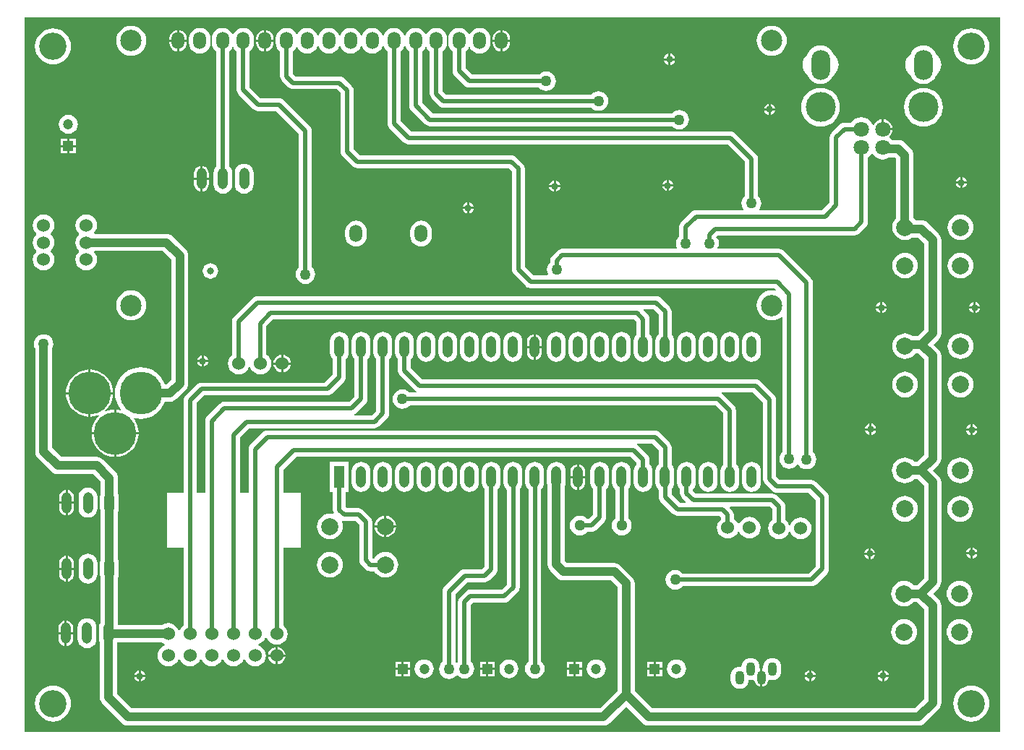
<source format=gbl>
G04*
G04 #@! TF.GenerationSoftware,Altium Limited,Altium Designer,19.0.15 (446)*
G04*
G04 Layer_Physical_Order=2*
G04 Layer_Color=16711680*
%FSLAX24Y24*%
%MOIN*%
G70*
G01*
G75*
%ADD47C,0.0394*%
%ADD48C,0.0197*%
%ADD49C,0.0472*%
%ADD50R,0.0472X0.0472*%
%ADD51R,0.0472X0.0472*%
%ADD52C,0.0600*%
%ADD53C,0.0984*%
%ADD54O,0.0591X0.0787*%
%ADD55O,0.0472X0.0984*%
%ADD56O,0.0433X0.0630*%
%ADD57C,0.0512*%
%ADD58O,0.0600X0.0787*%
%ADD59C,0.0787*%
%ADD60R,0.0472X0.0984*%
%ADD61O,0.0472X0.0984*%
%ADD62C,0.1969*%
%ADD63C,0.0709*%
%ADD64C,0.1378*%
%ADD65O,0.0866X0.1378*%
%ADD66C,0.1260*%
%ADD67C,0.0315*%
%ADD68C,0.0500*%
G36*
X45221Y252D02*
X252D01*
Y33213D01*
X45221D01*
X45221Y252D01*
D02*
G37*
%LPC*%
G36*
X21238Y32744D02*
X21109Y32727D01*
X20990Y32678D01*
X20887Y32599D01*
X20808Y32496D01*
X20788Y32447D01*
X20738D01*
X20718Y32496D01*
X20639Y32599D01*
X20536Y32678D01*
X20416Y32727D01*
X20288Y32744D01*
X20159Y32727D01*
X20040Y32678D01*
X19937Y32599D01*
X19858Y32496D01*
X19808Y32376D01*
X19791Y32248D01*
Y32051D01*
X19808Y31922D01*
X19858Y31803D01*
X19937Y31700D01*
X19990Y31659D01*
Y30750D01*
X20000Y30673D01*
X20030Y30601D01*
X20077Y30540D01*
X20547Y30070D01*
X20547Y30070D01*
X20609Y30022D01*
X20681Y29993D01*
X20758Y29982D01*
X20758Y29982D01*
X23966D01*
X23982Y29962D01*
X24076Y29890D01*
X24185Y29845D01*
X24301Y29830D01*
X24418Y29845D01*
X24527Y29890D01*
X24620Y29962D01*
X24692Y30055D01*
X24737Y30164D01*
X24752Y30280D01*
X24737Y30397D01*
X24692Y30506D01*
X24620Y30599D01*
X24527Y30671D01*
X24418Y30716D01*
X24301Y30731D01*
X24185Y30716D01*
X24076Y30671D01*
X23982Y30599D01*
X23966Y30578D01*
X20881D01*
X20586Y30874D01*
Y31659D01*
X20639Y31700D01*
X20718Y31803D01*
X20738Y31851D01*
X20788D01*
X20808Y31803D01*
X20887Y31700D01*
X20990Y31621D01*
X21109Y31571D01*
X21238Y31554D01*
X21366Y31571D01*
X21486Y31621D01*
X21589Y31700D01*
X21668Y31803D01*
X21717Y31922D01*
X21734Y32051D01*
Y32248D01*
X21717Y32376D01*
X21668Y32496D01*
X21589Y32599D01*
X21486Y32678D01*
X21366Y32727D01*
X21238Y32744D01*
D02*
G37*
G36*
X19238D02*
X19109Y32727D01*
X18990Y32678D01*
X18887Y32599D01*
X18808Y32496D01*
X18788Y32447D01*
X18738D01*
X18718Y32496D01*
X18639Y32599D01*
X18536Y32678D01*
X18416Y32727D01*
X18288Y32744D01*
X18159Y32727D01*
X18040Y32678D01*
X17937Y32599D01*
X17858Y32496D01*
X17813Y32388D01*
X17813Y32388D01*
X17762D01*
X17762Y32388D01*
X17718Y32496D01*
X17639Y32599D01*
X17536Y32678D01*
X17416Y32727D01*
X17288Y32744D01*
X17159Y32727D01*
X17040Y32678D01*
X16937Y32599D01*
X16858Y32496D01*
X16813Y32388D01*
X16813Y32388D01*
X16762D01*
X16762Y32388D01*
X16718Y32496D01*
X16639Y32599D01*
X16536Y32678D01*
X16416Y32727D01*
X16288Y32744D01*
X16159Y32727D01*
X16040Y32678D01*
X15937Y32599D01*
X15858Y32496D01*
X15813Y32388D01*
X15813Y32388D01*
X15762D01*
X15762Y32388D01*
X15718Y32496D01*
X15639Y32599D01*
X15536Y32678D01*
X15416Y32727D01*
X15288Y32744D01*
X15159Y32727D01*
X15040Y32678D01*
X14937Y32599D01*
X14858Y32496D01*
X14813Y32388D01*
X14813Y32388D01*
X14762D01*
X14762Y32388D01*
X14718Y32496D01*
X14639Y32599D01*
X14536Y32678D01*
X14416Y32727D01*
X14288Y32744D01*
X14159Y32727D01*
X14040Y32678D01*
X13937Y32599D01*
X13858Y32496D01*
X13813Y32388D01*
X13813Y32388D01*
X13762D01*
X13762Y32388D01*
X13718Y32496D01*
X13639Y32599D01*
X13536Y32678D01*
X13416Y32727D01*
X13288Y32744D01*
X13159Y32727D01*
X13040Y32678D01*
X12937Y32599D01*
X12858Y32496D01*
X12838Y32447D01*
X12788D01*
X12768Y32496D01*
X12689Y32599D01*
X12586Y32678D01*
X12466Y32727D01*
X12338Y32744D01*
X12209Y32727D01*
X12090Y32678D01*
X11987Y32599D01*
X11908Y32496D01*
X11858Y32376D01*
X11841Y32248D01*
Y32051D01*
X11858Y31922D01*
X11908Y31803D01*
X11987Y31700D01*
X12040Y31659D01*
Y30502D01*
X12050Y30424D01*
X12080Y30353D01*
X12127Y30291D01*
X12417Y30001D01*
X12417Y30001D01*
X12479Y29953D01*
X12551Y29924D01*
X12628Y29914D01*
X14650D01*
X14830Y29734D01*
Y27032D01*
X14840Y26955D01*
X14870Y26883D01*
X14917Y26822D01*
X15380Y26359D01*
X15380Y26359D01*
X15442Y26312D01*
X15513Y26282D01*
X15591Y26272D01*
X22573D01*
X22724Y26122D01*
Y21599D01*
X22734Y21522D01*
X22764Y21450D01*
X22811Y21389D01*
X23376Y20824D01*
X23438Y20776D01*
X23510Y20747D01*
X23587Y20736D01*
X34822D01*
X34903Y20655D01*
X34876Y20611D01*
X34835Y20623D01*
X34700Y20637D01*
X34565Y20623D01*
X34435Y20584D01*
X34315Y20520D01*
X34210Y20434D01*
X34124Y20329D01*
X34060Y20209D01*
X34021Y20080D01*
X34008Y19944D01*
X34021Y19809D01*
X34060Y19680D01*
X34124Y19560D01*
X34210Y19455D01*
X34315Y19369D01*
X34435Y19305D01*
X34565Y19265D01*
X34700Y19252D01*
X34835Y19265D01*
X34965Y19305D01*
X35085Y19369D01*
X35154Y19426D01*
X35204Y19402D01*
Y13194D01*
X35183Y13178D01*
X35112Y13084D01*
X35067Y12976D01*
X35051Y12859D01*
X35067Y12742D01*
X35112Y12634D01*
X35183Y12540D01*
X35277Y12469D01*
X35385Y12424D01*
X35502Y12408D01*
X35619Y12424D01*
X35727Y12469D01*
X35821Y12540D01*
X35860Y12592D01*
X35872Y12595D01*
X35921Y12589D01*
X35981Y12511D01*
X36074Y12439D01*
X36183Y12394D01*
X36299Y12379D01*
X36416Y12394D01*
X36525Y12439D01*
X36618Y12511D01*
X36690Y12604D01*
X36735Y12713D01*
X36750Y12830D01*
X36735Y12946D01*
X36690Y13055D01*
X36618Y13148D01*
X36597Y13164D01*
Y20989D01*
X36587Y21066D01*
X36557Y21138D01*
X36510Y21200D01*
X35250Y22459D01*
X35188Y22507D01*
X35116Y22536D01*
X35039Y22547D01*
X32239D01*
X32210Y22597D01*
X32246Y22683D01*
X32262Y22800D01*
X32246Y22917D01*
X32201Y23025D01*
X32144Y23100D01*
X32220Y23177D01*
X38529D01*
X38606Y23187D01*
X38678Y23216D01*
X38739Y23264D01*
X39049Y23574D01*
X39049Y23574D01*
X39097Y23635D01*
X39126Y23707D01*
X39136Y23784D01*
X39136Y23784D01*
Y26771D01*
X39221Y26836D01*
X39290Y26926D01*
X39350D01*
X39419Y26836D01*
X39534Y26748D01*
X39668Y26693D01*
X39812Y26674D01*
X39956Y26693D01*
X40090Y26748D01*
X40122Y26772D01*
X40378D01*
X40444Y26706D01*
Y23983D01*
X40421Y23964D01*
X40348Y23874D01*
X40293Y23772D01*
X40259Y23660D01*
X40248Y23544D01*
X40259Y23429D01*
X40293Y23317D01*
X40348Y23215D01*
X40421Y23125D01*
X40511Y23051D01*
X40614Y22996D01*
X40725Y22962D01*
X40841Y22951D01*
X40957Y22962D01*
X41068Y22996D01*
X41171Y23051D01*
X41196Y23072D01*
X41440D01*
X41719Y22793D01*
Y18811D01*
X41442Y18534D01*
X41196D01*
X41171Y18555D01*
X41068Y18609D01*
X40957Y18643D01*
X40841Y18655D01*
X40725Y18643D01*
X40614Y18609D01*
X40511Y18555D01*
X40421Y18481D01*
X40348Y18391D01*
X40293Y18288D01*
X40259Y18177D01*
X40248Y18061D01*
X40259Y17945D01*
X40293Y17834D01*
X40348Y17731D01*
X40421Y17642D01*
X40511Y17568D01*
X40614Y17513D01*
X40725Y17479D01*
X40841Y17468D01*
X40957Y17479D01*
X41068Y17513D01*
X41171Y17568D01*
X41261Y17642D01*
X41334Y17731D01*
X41339Y17739D01*
X41442D01*
X41719Y17462D01*
Y13041D01*
X41403Y12725D01*
X41268D01*
X41250Y12747D01*
X41160Y12821D01*
X41057Y12876D01*
X40946Y12910D01*
X40830Y12921D01*
X40715Y12910D01*
X40603Y12876D01*
X40501Y12821D01*
X40411Y12747D01*
X40337Y12658D01*
X40282Y12555D01*
X40248Y12444D01*
X40237Y12328D01*
X40248Y12212D01*
X40282Y12101D01*
X40337Y11998D01*
X40411Y11908D01*
X40501Y11834D01*
X40603Y11780D01*
X40715Y11746D01*
X40830Y11734D01*
X40946Y11746D01*
X41057Y11780D01*
X41160Y11834D01*
X41250Y11908D01*
X41268Y11931D01*
X41420D01*
X41719Y11632D01*
Y7354D01*
X41406Y7042D01*
X41238D01*
X41220Y7064D01*
X41130Y7138D01*
X41027Y7193D01*
X40916Y7226D01*
X40800Y7238D01*
X40684Y7226D01*
X40573Y7193D01*
X40470Y7138D01*
X40380Y7064D01*
X40307Y6974D01*
X40252Y6872D01*
X40218Y6760D01*
X40207Y6644D01*
X40218Y6529D01*
X40252Y6417D01*
X40307Y6315D01*
X40380Y6225D01*
X40470Y6151D01*
X40573Y6096D01*
X40684Y6062D01*
X40800Y6051D01*
X40916Y6062D01*
X41027Y6096D01*
X41130Y6151D01*
X41220Y6225D01*
X41238Y6247D01*
X41406D01*
X41719Y5935D01*
Y1769D01*
X41302Y1352D01*
X29205D01*
X28389Y2167D01*
Y7121D01*
X28376Y7224D01*
X28336Y7319D01*
X28273Y7402D01*
X27741Y7933D01*
X27659Y7996D01*
X27563Y8036D01*
X27461Y8049D01*
X25268D01*
X25161Y8157D01*
Y11583D01*
X25192Y11657D01*
X25206Y11770D01*
Y12282D01*
X25192Y12395D01*
X25148Y12501D01*
X25079Y12591D01*
X24988Y12661D01*
X24883Y12704D01*
X24770Y12719D01*
X24657Y12704D01*
X24551Y12661D01*
X24461Y12591D01*
X24391Y12501D01*
X24348Y12395D01*
X24333Y12282D01*
Y11770D01*
X24348Y11657D01*
X24367Y11612D01*
Y7992D01*
X24380Y7889D01*
X24420Y7794D01*
X24483Y7711D01*
X24823Y7372D01*
X24905Y7308D01*
X25001Y7269D01*
X25104Y7255D01*
X27296D01*
X27595Y6956D01*
Y2167D01*
X26780Y1352D01*
X5194D01*
X4521Y2025D01*
Y4385D01*
X4527Y4401D01*
X6563D01*
X6632Y4347D01*
X6726Y4309D01*
Y4254D01*
X6632Y4215D01*
X6528Y4136D01*
X6449Y4032D01*
X6399Y3911D01*
X6382Y3781D01*
X6399Y3652D01*
X6449Y3531D01*
X6528Y3427D01*
X6632Y3347D01*
X6753Y3297D01*
X6883Y3280D01*
X7012Y3297D01*
X7133Y3347D01*
X7237Y3427D01*
X7317Y3531D01*
X7356Y3625D01*
X7410D01*
X7449Y3531D01*
X7528Y3427D01*
X7632Y3347D01*
X7753Y3297D01*
X7883Y3280D01*
X8012Y3297D01*
X8133Y3347D01*
X8237Y3427D01*
X8317Y3531D01*
X8356Y3625D01*
X8410D01*
X8449Y3531D01*
X8528Y3427D01*
X8632Y3347D01*
X8753Y3297D01*
X8883Y3280D01*
X9012Y3297D01*
X9133Y3347D01*
X9237Y3427D01*
X9317Y3531D01*
X9356Y3625D01*
X9410D01*
X9449Y3531D01*
X9528Y3427D01*
X9632Y3347D01*
X9753Y3297D01*
X9883Y3280D01*
X10012Y3297D01*
X10133Y3347D01*
X10237Y3427D01*
X10317Y3531D01*
X10356Y3625D01*
X10410D01*
X10449Y3531D01*
X10528Y3427D01*
X10632Y3347D01*
X10753Y3297D01*
X10883Y3280D01*
X11012Y3297D01*
X11133Y3347D01*
X11237Y3427D01*
X11317Y3531D01*
X11367Y3652D01*
X11384Y3781D01*
X11367Y3911D01*
X11317Y4032D01*
X11237Y4136D01*
X11133Y4215D01*
X11039Y4254D01*
Y4309D01*
X11133Y4347D01*
X11237Y4427D01*
X11317Y4531D01*
X11356Y4625D01*
X11410D01*
X11449Y4531D01*
X11528Y4427D01*
X11632Y4347D01*
X11753Y4297D01*
X11883Y4280D01*
X12012Y4297D01*
X12133Y4347D01*
X12237Y4427D01*
X12317Y4531D01*
X12367Y4652D01*
X12384Y4781D01*
X12367Y4911D01*
X12317Y5032D01*
X12237Y5136D01*
X12181Y5179D01*
Y8763D01*
X12992D01*
X12992Y11304D01*
X12216Y11302D01*
X12181Y11337D01*
Y12364D01*
X12791Y12975D01*
X28203D01*
X28472Y12706D01*
Y12600D01*
X28461Y12591D01*
X28391Y12501D01*
X28348Y12395D01*
X28333Y12282D01*
Y11770D01*
X28348Y11657D01*
X28391Y11552D01*
X28461Y11462D01*
X28551Y11392D01*
X28657Y11349D01*
X28770Y11334D01*
X28883Y11349D01*
X28988Y11392D01*
X29079Y11462D01*
X29148Y11552D01*
X29192Y11657D01*
X29206Y11770D01*
Y12282D01*
X29192Y12395D01*
X29148Y12501D01*
X29079Y12591D01*
X29068Y12600D01*
Y12830D01*
X29068Y12830D01*
X29057Y12907D01*
X29028Y12978D01*
X28980Y13040D01*
X28980Y13040D01*
X28537Y13483D01*
X28483Y13525D01*
X28485Y13551D01*
X28496Y13575D01*
X29188D01*
X29486Y13277D01*
Y12610D01*
X29461Y12591D01*
X29391Y12501D01*
X29348Y12395D01*
X29333Y12282D01*
Y11770D01*
X29348Y11657D01*
X29391Y11552D01*
X29461Y11462D01*
X29486Y11443D01*
Y11107D01*
X29496Y11030D01*
X29526Y10958D01*
X29573Y10896D01*
X30144Y10326D01*
X30144Y10326D01*
X30205Y10278D01*
X30277Y10249D01*
X30354Y10238D01*
X32288D01*
X32350Y10177D01*
Y10065D01*
X32323Y10044D01*
X32243Y9940D01*
X32193Y9819D01*
X32176Y9690D01*
X32193Y9560D01*
X32243Y9439D01*
X32323Y9335D01*
X32427Y9256D01*
X32547Y9206D01*
X32677Y9189D01*
X32807Y9206D01*
X32928Y9256D01*
X33032Y9335D01*
X33111Y9439D01*
X33150Y9533D01*
X33204D01*
X33243Y9439D01*
X33323Y9335D01*
X33427Y9256D01*
X33547Y9206D01*
X33677Y9189D01*
X33807Y9206D01*
X33928Y9256D01*
X34032Y9335D01*
X34111Y9439D01*
X34161Y9560D01*
X34178Y9690D01*
X34161Y9819D01*
X34111Y9940D01*
X34032Y10044D01*
X33928Y10124D01*
X33807Y10174D01*
X33677Y10191D01*
X33547Y10174D01*
X33427Y10124D01*
X33323Y10044D01*
X33243Y9940D01*
X33204Y9846D01*
X33150D01*
X33111Y9940D01*
X33032Y10044D01*
X32945Y10110D01*
Y10300D01*
X32945Y10300D01*
X32935Y10377D01*
X32906Y10449D01*
X32858Y10511D01*
X32858Y10511D01*
X32763Y10606D01*
X32782Y10652D01*
X34621D01*
X34732Y10541D01*
Y10048D01*
X34675Y10005D01*
X34596Y9901D01*
X34545Y9780D01*
X34528Y9650D01*
X34545Y9521D01*
X34596Y9400D01*
X34675Y9296D01*
X34779Y9216D01*
X34900Y9166D01*
X35030Y9149D01*
X35159Y9166D01*
X35280Y9216D01*
X35384Y9296D01*
X35464Y9400D01*
X35502Y9494D01*
X35557D01*
X35596Y9400D01*
X35675Y9296D01*
X35779Y9216D01*
X35900Y9166D01*
X36030Y9149D01*
X36159Y9166D01*
X36280Y9216D01*
X36384Y9296D01*
X36464Y9400D01*
X36514Y9521D01*
X36531Y9650D01*
X36514Y9780D01*
X36464Y9901D01*
X36384Y10005D01*
X36280Y10084D01*
X36159Y10134D01*
X36030Y10152D01*
X35900Y10134D01*
X35779Y10084D01*
X35675Y10005D01*
X35596Y9901D01*
X35557Y9807D01*
X35502D01*
X35464Y9901D01*
X35384Y10005D01*
X35327Y10048D01*
Y10664D01*
X35327Y10664D01*
X35317Y10741D01*
X35287Y10813D01*
X35240Y10875D01*
X35240Y10875D01*
X34955Y11160D01*
X34893Y11208D01*
X34821Y11237D01*
X34744Y11247D01*
X31206D01*
X31068Y11386D01*
Y11453D01*
X31079Y11462D01*
X31148Y11552D01*
X31192Y11657D01*
X31206Y11770D01*
Y12282D01*
X31192Y12395D01*
X31148Y12501D01*
X31079Y12591D01*
X30988Y12661D01*
X30883Y12704D01*
X30770Y12719D01*
X30657Y12704D01*
X30551Y12661D01*
X30461Y12591D01*
X30391Y12501D01*
X30348Y12395D01*
X30333Y12282D01*
Y11770D01*
X30348Y11657D01*
X30391Y11552D01*
X30461Y11462D01*
X30472Y11453D01*
Y11263D01*
X30482Y11186D01*
X30512Y11114D01*
X30559Y11052D01*
X30731Y10880D01*
X30712Y10834D01*
X30478D01*
X30081Y11230D01*
Y11465D01*
X30148Y11552D01*
X30192Y11657D01*
X30206Y11770D01*
Y12282D01*
X30192Y12395D01*
X30148Y12501D01*
X30081Y12588D01*
Y13400D01*
X30071Y13477D01*
X30041Y13549D01*
X29994Y13611D01*
X29994Y13611D01*
X29522Y14083D01*
X29460Y14131D01*
X29388Y14161D01*
X29311Y14171D01*
X11447D01*
X11370Y14161D01*
X11298Y14131D01*
X11236Y14083D01*
X10672Y13519D01*
X10625Y13458D01*
X10595Y13386D01*
X10585Y13309D01*
Y11298D01*
X10216Y11297D01*
X10180Y11332D01*
Y13849D01*
X10606Y14274D01*
X16388D01*
X16465Y14284D01*
X16537Y14314D01*
X16598Y14361D01*
X16972Y14735D01*
X16972Y14735D01*
X17020Y14797D01*
X17049Y14869D01*
X17060Y14946D01*
Y17447D01*
X17079Y17462D01*
X17148Y17552D01*
X17192Y17657D01*
X17206Y17770D01*
Y18282D01*
X17192Y18395D01*
X17148Y18501D01*
X17079Y18591D01*
X16988Y18661D01*
X16883Y18704D01*
X16770Y18719D01*
X16657Y18704D01*
X16551Y18661D01*
X16461Y18591D01*
X16391Y18501D01*
X16348Y18395D01*
X16333Y18282D01*
Y17770D01*
X16348Y17657D01*
X16391Y17552D01*
X16461Y17462D01*
X16464Y17459D01*
Y15069D01*
X16264Y14869D01*
X15469D01*
X15459Y14919D01*
X15493Y14934D01*
X15555Y14981D01*
X15978Y15404D01*
X16026Y15466D01*
X16055Y15538D01*
X16066Y15615D01*
Y17452D01*
X16079Y17462D01*
X16148Y17552D01*
X16192Y17657D01*
X16206Y17770D01*
Y18282D01*
X16192Y18395D01*
X16148Y18501D01*
X16079Y18591D01*
X15988Y18661D01*
X15883Y18704D01*
X15770Y18719D01*
X15657Y18704D01*
X15551Y18661D01*
X15461Y18591D01*
X15391Y18501D01*
X15348Y18395D01*
X15333Y18282D01*
Y17770D01*
X15348Y17657D01*
X15391Y17552D01*
X15461Y17462D01*
X15470Y17455D01*
Y15738D01*
X15221Y15490D01*
X9469D01*
X9391Y15479D01*
X9320Y15450D01*
X9258Y15402D01*
X9258Y15402D01*
X8672Y14816D01*
X8625Y14755D01*
X8595Y14683D01*
X8585Y14606D01*
Y11292D01*
X8216Y11291D01*
X8181Y11326D01*
Y15422D01*
X8539Y15780D01*
X14213D01*
X14290Y15790D01*
X14362Y15820D01*
X14423Y15867D01*
X14980Y16424D01*
X15028Y16486D01*
X15057Y16558D01*
X15068Y16635D01*
Y17453D01*
X15079Y17462D01*
X15148Y17552D01*
X15192Y17657D01*
X15206Y17770D01*
Y18282D01*
X15192Y18395D01*
X15148Y18501D01*
X15079Y18591D01*
X14988Y18661D01*
X14883Y18704D01*
X14770Y18719D01*
X14657Y18704D01*
X14551Y18661D01*
X14461Y18591D01*
X14391Y18501D01*
X14348Y18395D01*
X14333Y18282D01*
Y17770D01*
X14348Y17657D01*
X14391Y17552D01*
X14461Y17462D01*
X14472Y17453D01*
Y16758D01*
X14089Y16375D01*
X8415D01*
X8338Y16365D01*
X8266Y16335D01*
X8205Y16288D01*
X8205Y16288D01*
X7672Y15755D01*
X7625Y15694D01*
X7595Y15622D01*
X7585Y15545D01*
Y11289D01*
X6811Y11287D01*
Y8763D01*
X7585D01*
Y5179D01*
X7528Y5136D01*
X7449Y5032D01*
X7410Y4938D01*
X7356D01*
X7317Y5032D01*
X7237Y5136D01*
X7133Y5215D01*
X7012Y5266D01*
X6883Y5283D01*
X6753Y5266D01*
X6632Y5215D01*
X6605Y5195D01*
X4566D01*
Y7366D01*
X4590Y7426D01*
X4605Y7539D01*
Y8050D01*
X4590Y8163D01*
X4566Y8223D01*
Y10416D01*
X4590Y10476D01*
X4605Y10589D01*
Y11100D01*
X4590Y11213D01*
X4566Y11273D01*
Y11968D01*
X4552Y12070D01*
X4512Y12166D01*
X4449Y12249D01*
X3863Y12835D01*
X3781Y12898D01*
X3685Y12938D01*
X3582Y12951D01*
X1956D01*
X1539Y13368D01*
Y17950D01*
X1577Y18043D01*
X1592Y18159D01*
X1577Y18276D01*
X1532Y18385D01*
X1460Y18478D01*
X1367Y18550D01*
X1258Y18595D01*
X1142Y18610D01*
X1025Y18595D01*
X916Y18550D01*
X823Y18478D01*
X751Y18385D01*
X706Y18276D01*
X691Y18159D01*
X706Y18043D01*
X745Y17950D01*
Y13204D01*
X758Y13101D01*
X798Y13005D01*
X861Y12923D01*
X1511Y12273D01*
X1593Y12210D01*
X1689Y12170D01*
X1791Y12157D01*
X3418D01*
X3771Y11803D01*
Y11273D01*
X3747Y11213D01*
X3732Y11100D01*
Y10589D01*
X3747Y10476D01*
X3771Y10416D01*
Y8223D01*
X3747Y8163D01*
X3732Y8050D01*
Y7539D01*
X3747Y7426D01*
X3771Y7366D01*
Y5322D01*
X3745Y5288D01*
X3702Y5183D01*
X3687Y5070D01*
Y4558D01*
X3702Y4445D01*
X3727Y4385D01*
Y1861D01*
X3740Y1758D01*
X3780Y1662D01*
X3843Y1580D01*
X4749Y674D01*
X4831Y611D01*
X4927Y571D01*
X5030Y558D01*
X26944D01*
X27047Y571D01*
X27143Y611D01*
X27225Y674D01*
X27992Y1441D01*
X28759Y674D01*
X28842Y611D01*
X28937Y571D01*
X29040Y558D01*
X41467D01*
X41569Y571D01*
X41665Y611D01*
X41747Y674D01*
X42397Y1324D01*
X42460Y1406D01*
X42500Y1502D01*
X42513Y1604D01*
Y6099D01*
X42500Y6202D01*
X42460Y6298D01*
X42397Y6380D01*
X42132Y6644D01*
X42397Y6909D01*
X42460Y6991D01*
X42500Y7087D01*
X42513Y7190D01*
Y11796D01*
X42500Y11899D01*
X42460Y11995D01*
X42397Y12077D01*
X42137Y12336D01*
X42397Y12596D01*
X42460Y12678D01*
X42500Y12774D01*
X42513Y12877D01*
Y17627D01*
X42500Y17729D01*
X42460Y17825D01*
X42397Y17907D01*
X42168Y18136D01*
X42397Y18366D01*
X42460Y18448D01*
X42500Y18544D01*
X42513Y18646D01*
Y22957D01*
X42500Y23060D01*
X42460Y23156D01*
X42397Y23238D01*
X41885Y23750D01*
X41803Y23813D01*
X41707Y23853D01*
X41604Y23866D01*
X41339D01*
X41334Y23874D01*
X41261Y23964D01*
X41238Y23983D01*
Y26870D01*
X41225Y26973D01*
X41185Y27069D01*
X41122Y27151D01*
X40823Y27450D01*
X40741Y27513D01*
X40645Y27553D01*
X40542Y27566D01*
X40248D01*
X40205Y27623D01*
X40123Y27686D01*
Y27736D01*
X40136Y27746D01*
X40209Y27841D01*
X40255Y27951D01*
X40264Y28020D01*
X39812D01*
Y28070D01*
X39762D01*
Y28522D01*
X39694Y28513D01*
X39583Y28467D01*
X39488Y28394D01*
X39415Y28299D01*
X39400Y28261D01*
X39345D01*
X39309Y28348D01*
X39221Y28463D01*
X39106Y28552D01*
X38972Y28607D01*
X38828Y28626D01*
X38684Y28607D01*
X38550Y28552D01*
X38435Y28463D01*
X38362Y28368D01*
X38046D01*
X37969Y28358D01*
X37897Y28328D01*
X37835Y28281D01*
X37457Y27902D01*
X37409Y27841D01*
X37380Y27769D01*
X37369Y27692D01*
Y24685D01*
X37022Y24338D01*
X34140D01*
X34118Y24383D01*
X34150Y24425D01*
X34195Y24534D01*
X34211Y24650D01*
X34195Y24767D01*
X34150Y24876D01*
X34079Y24969D01*
X34058Y24985D01*
Y26707D01*
X34048Y26785D01*
X34018Y26856D01*
X33970Y26918D01*
X33006Y27883D01*
X32944Y27930D01*
X32872Y27960D01*
X32795Y27970D01*
X18076D01*
X17586Y28460D01*
Y31659D01*
X17639Y31700D01*
X17718Y31803D01*
X17762Y31910D01*
X17762Y31910D01*
X17813D01*
X17813Y31910D01*
X17858Y31803D01*
X17937Y31700D01*
X17990Y31659D01*
Y29158D01*
X18000Y29081D01*
X18030Y29009D01*
X18077Y28947D01*
X18726Y28298D01*
X18726Y28298D01*
X18788Y28251D01*
X18860Y28221D01*
X18937Y28211D01*
X18937Y28211D01*
X30098D01*
X30114Y28190D01*
X30208Y28118D01*
X30316Y28073D01*
X30433Y28058D01*
X30550Y28073D01*
X30658Y28118D01*
X30752Y28190D01*
X30823Y28283D01*
X30868Y28392D01*
X30884Y28509D01*
X30868Y28625D01*
X30823Y28734D01*
X30752Y28827D01*
X30658Y28899D01*
X30550Y28944D01*
X30433Y28959D01*
X30316Y28944D01*
X30208Y28899D01*
X30114Y28827D01*
X30098Y28806D01*
X19060D01*
X18586Y29281D01*
Y31659D01*
X18639Y31700D01*
X18718Y31803D01*
X18738Y31851D01*
X18788D01*
X18808Y31803D01*
X18887Y31700D01*
X18940Y31659D01*
Y29704D01*
X18950Y29627D01*
X18980Y29555D01*
X19027Y29493D01*
X19366Y29154D01*
X19428Y29107D01*
X19500Y29077D01*
X19577Y29067D01*
X19577Y29067D01*
X26378D01*
X26394Y29046D01*
X26487Y28975D01*
X26596Y28930D01*
X26713Y28914D01*
X26829Y28930D01*
X26938Y28975D01*
X27031Y29046D01*
X27103Y29140D01*
X27148Y29248D01*
X27163Y29365D01*
X27148Y29482D01*
X27103Y29590D01*
X27031Y29684D01*
X26938Y29755D01*
X26829Y29800D01*
X26713Y29816D01*
X26596Y29800D01*
X26487Y29755D01*
X26394Y29684D01*
X26378Y29663D01*
X19700D01*
X19536Y29827D01*
Y31659D01*
X19589Y31700D01*
X19668Y31803D01*
X19717Y31922D01*
X19734Y32051D01*
Y32248D01*
X19717Y32376D01*
X19668Y32496D01*
X19589Y32599D01*
X19486Y32678D01*
X19366Y32727D01*
X19238Y32744D01*
D02*
G37*
G36*
X10338D02*
X10209Y32727D01*
X10090Y32678D01*
X9987Y32599D01*
X9908Y32496D01*
X9888Y32447D01*
X9838D01*
X9818Y32496D01*
X9739Y32599D01*
X9636Y32678D01*
X9516Y32727D01*
X9388Y32744D01*
X9259Y32727D01*
X9140Y32678D01*
X9037Y32599D01*
X8958Y32496D01*
X8908Y32376D01*
X8891Y32248D01*
Y32051D01*
X8908Y31922D01*
X8958Y31803D01*
X9037Y31700D01*
X9096Y31654D01*
Y26351D01*
X9091Y26347D01*
X9021Y26257D01*
X8978Y26151D01*
X8963Y26038D01*
Y25526D01*
X8978Y25413D01*
X9021Y25308D01*
X9091Y25218D01*
X9181Y25148D01*
X9287Y25104D01*
X9400Y25090D01*
X9513Y25104D01*
X9618Y25148D01*
X9708Y25218D01*
X9778Y25308D01*
X9822Y25413D01*
X9836Y25526D01*
Y26038D01*
X9822Y26151D01*
X9778Y26257D01*
X9708Y26347D01*
X9692Y26360D01*
Y31664D01*
X9739Y31700D01*
X9818Y31803D01*
X9838Y31851D01*
X9888D01*
X9908Y31803D01*
X9987Y31700D01*
X10040Y31659D01*
Y29883D01*
X10050Y29806D01*
X10080Y29735D01*
X10127Y29673D01*
X10803Y28997D01*
X10865Y28950D01*
X10937Y28920D01*
X11014Y28910D01*
X11865D01*
X12901Y27873D01*
Y21700D01*
X12890Y21692D01*
X12818Y21598D01*
X12773Y21489D01*
X12758Y21373D01*
X12773Y21256D01*
X12818Y21147D01*
X12890Y21054D01*
X12983Y20983D01*
X13092Y20937D01*
X13209Y20922D01*
X13325Y20937D01*
X13434Y20983D01*
X13527Y21054D01*
X13599Y21147D01*
X13644Y21256D01*
X13659Y21373D01*
X13644Y21489D01*
X13599Y21598D01*
X13527Y21692D01*
X13497Y21715D01*
Y27997D01*
X13486Y28074D01*
X13457Y28146D01*
X13409Y28207D01*
X13409Y28207D01*
X12199Y29418D01*
X12137Y29465D01*
X12065Y29495D01*
X11988Y29505D01*
X11137D01*
X10636Y30007D01*
Y31659D01*
X10689Y31700D01*
X10768Y31803D01*
X10817Y31922D01*
X10834Y32051D01*
Y32248D01*
X10817Y32376D01*
X10768Y32496D01*
X10689Y32599D01*
X10586Y32678D01*
X10466Y32727D01*
X10338Y32744D01*
D02*
G37*
G36*
X22288Y32640D02*
Y32199D01*
X22636D01*
Y32248D01*
X22623Y32351D01*
X22583Y32447D01*
X22520Y32530D01*
X22437Y32593D01*
X22341Y32633D01*
X22288Y32640D01*
D02*
G37*
G36*
X22188D02*
X22135Y32633D01*
X22038Y32593D01*
X21956Y32530D01*
X21893Y32447D01*
X21853Y32351D01*
X21839Y32248D01*
Y32199D01*
X22188D01*
Y32640D01*
D02*
G37*
G36*
X11388D02*
Y32199D01*
X11736D01*
Y32248D01*
X11723Y32351D01*
X11683Y32447D01*
X11620Y32530D01*
X11537Y32593D01*
X11441Y32633D01*
X11388Y32640D01*
D02*
G37*
G36*
X11288D02*
X11235Y32633D01*
X11138Y32593D01*
X11056Y32530D01*
X10993Y32447D01*
X10953Y32351D01*
X10939Y32248D01*
Y32199D01*
X11288D01*
Y32640D01*
D02*
G37*
G36*
X7388D02*
Y32199D01*
X7736D01*
Y32248D01*
X7723Y32351D01*
X7683Y32447D01*
X7620Y32530D01*
X7537Y32593D01*
X7441Y32633D01*
X7388Y32640D01*
D02*
G37*
G36*
X7288D02*
X7235Y32633D01*
X7138Y32593D01*
X7056Y32530D01*
X6993Y32447D01*
X6953Y32351D01*
X6939Y32248D01*
Y32199D01*
X7288D01*
Y32640D01*
D02*
G37*
G36*
X22636Y32099D02*
X22288D01*
Y31659D01*
X22341Y31666D01*
X22437Y31706D01*
X22520Y31769D01*
X22583Y31851D01*
X22623Y31948D01*
X22636Y32051D01*
Y32099D01*
D02*
G37*
G36*
X22188D02*
X21839D01*
Y32051D01*
X21853Y31948D01*
X21893Y31851D01*
X21956Y31769D01*
X22038Y31706D01*
X22135Y31666D01*
X22188Y31659D01*
Y32099D01*
D02*
G37*
G36*
X11736D02*
X11388D01*
Y31659D01*
X11441Y31666D01*
X11537Y31706D01*
X11620Y31769D01*
X11683Y31851D01*
X11723Y31948D01*
X11736Y32051D01*
Y32099D01*
D02*
G37*
G36*
X11288D02*
X10939D01*
Y32051D01*
X10953Y31948D01*
X10993Y31851D01*
X11056Y31769D01*
X11138Y31706D01*
X11235Y31666D01*
X11288Y31659D01*
Y32099D01*
D02*
G37*
G36*
X7736D02*
X7388D01*
Y31659D01*
X7441Y31666D01*
X7537Y31706D01*
X7620Y31769D01*
X7683Y31851D01*
X7723Y31948D01*
X7736Y32051D01*
Y32099D01*
D02*
G37*
G36*
X7288D02*
X6939D01*
Y32051D01*
X6953Y31948D01*
X6993Y31851D01*
X7056Y31769D01*
X7138Y31706D01*
X7235Y31666D01*
X7288Y31659D01*
Y32099D01*
D02*
G37*
G36*
X8338Y32744D02*
X8209Y32727D01*
X8090Y32678D01*
X7987Y32599D01*
X7908Y32496D01*
X7858Y32376D01*
X7841Y32248D01*
Y32051D01*
X7858Y31922D01*
X7908Y31803D01*
X7987Y31700D01*
X8090Y31621D01*
X8209Y31571D01*
X8338Y31554D01*
X8466Y31571D01*
X8586Y31621D01*
X8689Y31700D01*
X8768Y31803D01*
X8817Y31922D01*
X8834Y32051D01*
Y32248D01*
X8817Y32376D01*
X8768Y32496D01*
X8689Y32599D01*
X8586Y32678D01*
X8466Y32727D01*
X8338Y32744D01*
D02*
G37*
G36*
X34700Y32842D02*
X34565Y32828D01*
X34435Y32789D01*
X34315Y32725D01*
X34210Y32639D01*
X34124Y32534D01*
X34060Y32414D01*
X34021Y32284D01*
X34008Y32149D01*
X34021Y32014D01*
X34060Y31884D01*
X34124Y31765D01*
X34210Y31660D01*
X34315Y31574D01*
X34435Y31510D01*
X34565Y31470D01*
X34700Y31457D01*
X34835Y31470D01*
X34965Y31510D01*
X35085Y31574D01*
X35190Y31660D01*
X35276Y31765D01*
X35340Y31884D01*
X35379Y32014D01*
X35392Y32149D01*
X35379Y32284D01*
X35340Y32414D01*
X35276Y32534D01*
X35190Y32639D01*
X35085Y32725D01*
X34965Y32789D01*
X34835Y32828D01*
X34700Y32842D01*
D02*
G37*
G36*
X5172D02*
X5037Y32828D01*
X4908Y32789D01*
X4788Y32725D01*
X4683Y32639D01*
X4597Y32534D01*
X4533Y32414D01*
X4493Y32284D01*
X4480Y32149D01*
X4493Y32014D01*
X4533Y31884D01*
X4597Y31765D01*
X4683Y31660D01*
X4788Y31574D01*
X4908Y31510D01*
X5037Y31470D01*
X5172Y31457D01*
X5307Y31470D01*
X5437Y31510D01*
X5557Y31574D01*
X5662Y31660D01*
X5748Y31765D01*
X5812Y31884D01*
X5851Y32014D01*
X5865Y32149D01*
X5851Y32284D01*
X5812Y32414D01*
X5748Y32534D01*
X5662Y32639D01*
X5557Y32725D01*
X5437Y32789D01*
X5307Y32828D01*
X5172Y32842D01*
D02*
G37*
G36*
X30036Y31547D02*
Y31344D01*
X30239D01*
X30237Y31361D01*
X30211Y31424D01*
X30170Y31478D01*
X30116Y31519D01*
X30053Y31545D01*
X30036Y31547D01*
D02*
G37*
G36*
X29936D02*
X29919Y31545D01*
X29856Y31519D01*
X29803Y31478D01*
X29761Y31424D01*
X29735Y31361D01*
X29733Y31344D01*
X29936D01*
Y31547D01*
D02*
G37*
G36*
X43898Y32721D02*
X43736Y32705D01*
X43580Y32657D01*
X43436Y32581D01*
X43310Y32477D01*
X43207Y32351D01*
X43130Y32208D01*
X43083Y32052D01*
X43067Y31890D01*
X43083Y31728D01*
X43130Y31572D01*
X43207Y31428D01*
X43310Y31302D01*
X43436Y31199D01*
X43580Y31122D01*
X43736Y31075D01*
X43898Y31059D01*
X44060Y31075D01*
X44216Y31122D01*
X44359Y31199D01*
X44485Y31302D01*
X44588Y31428D01*
X44665Y31572D01*
X44712Y31728D01*
X44728Y31890D01*
X44712Y32052D01*
X44665Y32208D01*
X44588Y32351D01*
X44485Y32477D01*
X44359Y32581D01*
X44216Y32657D01*
X44060Y32705D01*
X43898Y32721D01*
D02*
G37*
G36*
X1575D02*
X1413Y32705D01*
X1257Y32657D01*
X1113Y32581D01*
X987Y32477D01*
X884Y32351D01*
X807Y32208D01*
X760Y32052D01*
X744Y31890D01*
X760Y31728D01*
X807Y31572D01*
X884Y31428D01*
X987Y31302D01*
X1113Y31199D01*
X1257Y31122D01*
X1413Y31075D01*
X1575Y31059D01*
X1737Y31075D01*
X1893Y31122D01*
X2036Y31199D01*
X2162Y31302D01*
X2266Y31428D01*
X2342Y31572D01*
X2390Y31728D01*
X2406Y31890D01*
X2390Y32052D01*
X2342Y32208D01*
X2266Y32351D01*
X2162Y32477D01*
X2036Y32581D01*
X1893Y32657D01*
X1737Y32705D01*
X1575Y32721D01*
D02*
G37*
G36*
X30239Y31244D02*
X30036D01*
Y31041D01*
X30053Y31043D01*
X30116Y31069D01*
X30170Y31110D01*
X30211Y31164D01*
X30237Y31227D01*
X30239Y31244D01*
D02*
G37*
G36*
X29936D02*
X29733D01*
X29735Y31227D01*
X29761Y31164D01*
X29803Y31110D01*
X29856Y31069D01*
X29919Y31043D01*
X29936Y31041D01*
Y31244D01*
D02*
G37*
G36*
X41690Y31933D02*
X41567Y31921D01*
X41448Y31885D01*
X41339Y31827D01*
X41243Y31748D01*
X41164Y31652D01*
X41113Y31556D01*
X41051Y31506D01*
X40970Y31407D01*
X40910Y31294D01*
X40873Y31172D01*
X40860Y31044D01*
X40873Y30917D01*
X40910Y30795D01*
X40970Y30682D01*
X41051Y30583D01*
X41113Y30533D01*
X41164Y30437D01*
X41243Y30341D01*
X41339Y30262D01*
X41448Y30204D01*
X41567Y30168D01*
X41690Y30156D01*
X41814Y30168D01*
X41932Y30204D01*
X42042Y30262D01*
X42138Y30341D01*
X42216Y30437D01*
X42268Y30533D01*
X42329Y30583D01*
X42410Y30682D01*
X42470Y30795D01*
X42508Y30917D01*
X42520Y31044D01*
X42508Y31172D01*
X42470Y31294D01*
X42410Y31407D01*
X42329Y31506D01*
X42268Y31556D01*
X42216Y31652D01*
X42138Y31748D01*
X42042Y31827D01*
X41932Y31885D01*
X41814Y31921D01*
X41690Y31933D01*
D02*
G37*
G36*
X36950D02*
X36827Y31921D01*
X36708Y31885D01*
X36598Y31827D01*
X36502Y31748D01*
X36424Y31652D01*
X36373Y31556D01*
X36311Y31506D01*
X36230Y31407D01*
X36170Y31294D01*
X36133Y31172D01*
X36120Y31044D01*
X36133Y30917D01*
X36170Y30795D01*
X36230Y30682D01*
X36311Y30583D01*
X36373Y30533D01*
X36424Y30437D01*
X36502Y30341D01*
X36598Y30262D01*
X36708Y30204D01*
X36827Y30168D01*
X36950Y30156D01*
X37073Y30168D01*
X37192Y30204D01*
X37302Y30262D01*
X37398Y30341D01*
X37476Y30437D01*
X37527Y30533D01*
X37589Y30583D01*
X37670Y30682D01*
X37730Y30795D01*
X37767Y30917D01*
X37780Y31044D01*
X37767Y31172D01*
X37730Y31294D01*
X37670Y31407D01*
X37589Y31506D01*
X37527Y31556D01*
X37476Y31652D01*
X37398Y31748D01*
X37302Y31827D01*
X37192Y31885D01*
X37073Y31921D01*
X36950Y31933D01*
D02*
G37*
G36*
X34652Y29234D02*
Y29031D01*
X34855D01*
X34853Y29048D01*
X34827Y29111D01*
X34786Y29165D01*
X34732Y29206D01*
X34670Y29232D01*
X34652Y29234D01*
D02*
G37*
G36*
X34552D02*
X34535Y29232D01*
X34472Y29206D01*
X34419Y29165D01*
X34377Y29111D01*
X34351Y29048D01*
X34349Y29031D01*
X34552D01*
Y29234D01*
D02*
G37*
G36*
X34855Y28931D02*
X34652D01*
Y28728D01*
X34670Y28730D01*
X34732Y28756D01*
X34786Y28797D01*
X34827Y28851D01*
X34853Y28914D01*
X34855Y28931D01*
D02*
G37*
G36*
X34552D02*
X34349D01*
X34351Y28914D01*
X34377Y28851D01*
X34419Y28797D01*
X34472Y28756D01*
X34535Y28730D01*
X34552Y28728D01*
Y28931D01*
D02*
G37*
G36*
X41690Y29974D02*
X41517Y29957D01*
X41350Y29906D01*
X41196Y29824D01*
X41061Y29713D01*
X40950Y29578D01*
X40868Y29425D01*
X40817Y29258D01*
X40800Y29084D01*
X40817Y28910D01*
X40868Y28743D01*
X40950Y28589D01*
X41061Y28454D01*
X41196Y28344D01*
X41350Y28262D01*
X41517Y28211D01*
X41690Y28194D01*
X41864Y28211D01*
X42031Y28262D01*
X42185Y28344D01*
X42320Y28454D01*
X42430Y28589D01*
X42513Y28743D01*
X42563Y28910D01*
X42580Y29084D01*
X42563Y29258D01*
X42513Y29425D01*
X42430Y29578D01*
X42320Y29713D01*
X42185Y29824D01*
X42031Y29906D01*
X41864Y29957D01*
X41690Y29974D01*
D02*
G37*
G36*
X36950D02*
X36776Y29957D01*
X36609Y29906D01*
X36455Y29824D01*
X36321Y29713D01*
X36210Y29578D01*
X36128Y29425D01*
X36077Y29258D01*
X36060Y29084D01*
X36077Y28910D01*
X36128Y28743D01*
X36210Y28589D01*
X36321Y28454D01*
X36455Y28344D01*
X36609Y28262D01*
X36776Y28211D01*
X36950Y28194D01*
X37124Y28211D01*
X37291Y28262D01*
X37445Y28344D01*
X37579Y28454D01*
X37690Y28589D01*
X37772Y28743D01*
X37823Y28910D01*
X37840Y29084D01*
X37823Y29258D01*
X37772Y29425D01*
X37690Y29578D01*
X37579Y29713D01*
X37445Y29824D01*
X37291Y29906D01*
X37124Y29957D01*
X36950Y29974D01*
D02*
G37*
G36*
X39862Y28522D02*
Y28120D01*
X40264D01*
X40255Y28189D01*
X40209Y28299D01*
X40136Y28394D01*
X40041Y28467D01*
X39931Y28513D01*
X39862Y28522D01*
D02*
G37*
G36*
X2275Y28731D02*
X2162Y28716D01*
X2056Y28673D01*
X1966Y28603D01*
X1897Y28513D01*
X1853Y28408D01*
X1838Y28294D01*
X1853Y28181D01*
X1897Y28076D01*
X1966Y27986D01*
X2056Y27916D01*
X2162Y27873D01*
X2275Y27858D01*
X2388Y27873D01*
X2493Y27916D01*
X2584Y27986D01*
X2653Y28076D01*
X2697Y28181D01*
X2712Y28294D01*
X2697Y28408D01*
X2653Y28513D01*
X2584Y28603D01*
X2493Y28673D01*
X2388Y28716D01*
X2275Y28731D01*
D02*
G37*
G36*
X2611Y27631D02*
X2325D01*
Y27344D01*
X2611D01*
Y27631D01*
D02*
G37*
G36*
X2225D02*
X1939D01*
Y27344D01*
X2225D01*
Y27631D01*
D02*
G37*
G36*
X2611Y27244D02*
X2325D01*
Y26958D01*
X2611D01*
Y27244D01*
D02*
G37*
G36*
X2225D02*
X1939D01*
Y26958D01*
X2225D01*
Y27244D01*
D02*
G37*
G36*
X8465Y26371D02*
Y25832D01*
X8754D01*
Y26038D01*
X8743Y26126D01*
X8709Y26208D01*
X8655Y26278D01*
X8585Y26332D01*
X8503Y26366D01*
X8465Y26371D01*
D02*
G37*
G36*
X8365D02*
X8328Y26366D01*
X8246Y26332D01*
X8176Y26278D01*
X8122Y26208D01*
X8088Y26126D01*
X8076Y26038D01*
Y25832D01*
X8365D01*
Y26371D01*
D02*
G37*
G36*
X43485Y25858D02*
Y25655D01*
X43688D01*
X43686Y25672D01*
X43660Y25735D01*
X43619Y25789D01*
X43565Y25830D01*
X43502Y25856D01*
X43485Y25858D01*
D02*
G37*
G36*
X43385D02*
X43368Y25856D01*
X43305Y25830D01*
X43251Y25789D01*
X43210Y25735D01*
X43184Y25672D01*
X43182Y25655D01*
X43385D01*
Y25858D01*
D02*
G37*
G36*
X43688Y25555D02*
X43485D01*
Y25352D01*
X43502Y25354D01*
X43565Y25380D01*
X43619Y25421D01*
X43660Y25475D01*
X43686Y25538D01*
X43688Y25555D01*
D02*
G37*
G36*
X43385D02*
X43182D01*
X43184Y25538D01*
X43210Y25475D01*
X43251Y25421D01*
X43305Y25380D01*
X43368Y25354D01*
X43385Y25352D01*
Y25555D01*
D02*
G37*
G36*
X8754Y25732D02*
X8465D01*
Y25194D01*
X8503Y25199D01*
X8585Y25233D01*
X8655Y25287D01*
X8709Y25357D01*
X8743Y25439D01*
X8754Y25526D01*
Y25732D01*
D02*
G37*
G36*
X8365D02*
X8076D01*
Y25526D01*
X8088Y25439D01*
X8122Y25357D01*
X8176Y25287D01*
X8246Y25233D01*
X8328Y25199D01*
X8365Y25194D01*
Y25732D01*
D02*
G37*
G36*
X10384Y26475D02*
X10271Y26460D01*
X10165Y26416D01*
X10075Y26347D01*
X10006Y26257D01*
X9962Y26151D01*
X9947Y26038D01*
Y25526D01*
X9962Y25413D01*
X10006Y25308D01*
X10075Y25218D01*
X10165Y25148D01*
X10271Y25104D01*
X10384Y25090D01*
X10497Y25104D01*
X10602Y25148D01*
X10693Y25218D01*
X10762Y25308D01*
X10806Y25413D01*
X10821Y25526D01*
Y26038D01*
X10806Y26151D01*
X10762Y26257D01*
X10693Y26347D01*
X10602Y26416D01*
X10497Y26460D01*
X10384Y26475D01*
D02*
G37*
G36*
X20755Y24687D02*
Y24484D01*
X20958D01*
X20956Y24501D01*
X20930Y24564D01*
X20888Y24617D01*
X20835Y24659D01*
X20772Y24685D01*
X20755Y24687D01*
D02*
G37*
G36*
X20655D02*
X20637Y24685D01*
X20575Y24659D01*
X20521Y24617D01*
X20480Y24564D01*
X20454Y24501D01*
X20452Y24484D01*
X20655D01*
Y24687D01*
D02*
G37*
G36*
X20958Y24384D02*
X20755D01*
Y24181D01*
X20772Y24183D01*
X20835Y24209D01*
X20888Y24250D01*
X20930Y24304D01*
X20956Y24367D01*
X20958Y24384D01*
D02*
G37*
G36*
X20655D02*
X20452D01*
X20454Y24367D01*
X20480Y24304D01*
X20521Y24250D01*
X20575Y24209D01*
X20637Y24183D01*
X20655Y24181D01*
Y24384D01*
D02*
G37*
G36*
X43400Y24138D02*
X43284Y24126D01*
X43173Y24093D01*
X43070Y24038D01*
X42980Y23964D01*
X42907Y23874D01*
X42852Y23772D01*
X42818Y23660D01*
X42807Y23544D01*
X42818Y23429D01*
X42852Y23317D01*
X42907Y23215D01*
X42980Y23125D01*
X43070Y23051D01*
X43173Y22996D01*
X43284Y22962D01*
X43400Y22951D01*
X43516Y22962D01*
X43627Y22996D01*
X43730Y23051D01*
X43820Y23125D01*
X43893Y23215D01*
X43948Y23317D01*
X43982Y23429D01*
X43993Y23544D01*
X43982Y23660D01*
X43948Y23772D01*
X43893Y23874D01*
X43820Y23964D01*
X43730Y24038D01*
X43627Y24093D01*
X43516Y24126D01*
X43400Y24138D01*
D02*
G37*
G36*
X18543Y23848D02*
X18414Y23831D01*
X18293Y23780D01*
X18189Y23701D01*
X18109Y23597D01*
X18059Y23476D01*
X18042Y23346D01*
Y23159D01*
X18059Y23029D01*
X18109Y22908D01*
X18189Y22805D01*
X18293Y22725D01*
X18414Y22675D01*
X18543Y22658D01*
X18673Y22675D01*
X18794Y22725D01*
X18898Y22805D01*
X18977Y22908D01*
X19027Y23029D01*
X19044Y23159D01*
Y23346D01*
X19027Y23476D01*
X18977Y23597D01*
X18898Y23701D01*
X18794Y23780D01*
X18673Y23831D01*
X18543Y23848D01*
D02*
G37*
G36*
X15543D02*
X15414Y23831D01*
X15293Y23780D01*
X15189Y23701D01*
X15109Y23597D01*
X15059Y23476D01*
X15042Y23346D01*
Y23159D01*
X15059Y23029D01*
X15109Y22908D01*
X15189Y22805D01*
X15293Y22725D01*
X15414Y22675D01*
X15543Y22658D01*
X15673Y22675D01*
X15794Y22725D01*
X15898Y22805D01*
X15977Y22908D01*
X16027Y23029D01*
X16044Y23159D01*
Y23346D01*
X16027Y23476D01*
X15977Y23597D01*
X15898Y23701D01*
X15794Y23780D01*
X15673Y23831D01*
X15543Y23848D01*
D02*
G37*
G36*
X1132Y24133D02*
X1002Y24116D01*
X881Y24066D01*
X778Y23986D01*
X698Y23882D01*
X648Y23762D01*
X631Y23632D01*
X648Y23502D01*
X698Y23381D01*
X778Y23278D01*
X796Y23263D01*
Y23213D01*
X778Y23199D01*
X698Y23095D01*
X648Y22974D01*
X631Y22844D01*
X648Y22715D01*
X698Y22594D01*
X778Y22490D01*
X796Y22476D01*
Y22426D01*
X778Y22411D01*
X698Y22308D01*
X648Y22187D01*
X631Y22057D01*
X648Y21927D01*
X698Y21807D01*
X778Y21703D01*
X881Y21623D01*
X1002Y21573D01*
X1132Y21556D01*
X1262Y21573D01*
X1382Y21623D01*
X1486Y21703D01*
X1566Y21807D01*
X1616Y21927D01*
X1633Y22057D01*
X1616Y22187D01*
X1566Y22308D01*
X1486Y22411D01*
X1468Y22426D01*
Y22476D01*
X1486Y22490D01*
X1566Y22594D01*
X1616Y22715D01*
X1633Y22844D01*
X1616Y22974D01*
X1566Y23095D01*
X1486Y23199D01*
X1468Y23213D01*
Y23263D01*
X1486Y23278D01*
X1566Y23381D01*
X1616Y23502D01*
X1633Y23632D01*
X1616Y23762D01*
X1566Y23882D01*
X1486Y23986D01*
X1382Y24066D01*
X1262Y24116D01*
X1132Y24133D01*
D02*
G37*
G36*
X43400Y22366D02*
X43284Y22355D01*
X43173Y22321D01*
X43070Y22266D01*
X42980Y22192D01*
X42907Y22103D01*
X42852Y22000D01*
X42818Y21889D01*
X42807Y21773D01*
X42818Y21657D01*
X42852Y21546D01*
X42907Y21443D01*
X42980Y21353D01*
X43070Y21279D01*
X43173Y21225D01*
X43284Y21191D01*
X43400Y21179D01*
X43516Y21191D01*
X43627Y21225D01*
X43730Y21279D01*
X43820Y21353D01*
X43893Y21443D01*
X43948Y21546D01*
X43982Y21657D01*
X43993Y21773D01*
X43982Y21889D01*
X43948Y22000D01*
X43893Y22103D01*
X43820Y22192D01*
X43730Y22266D01*
X43627Y22321D01*
X43516Y22355D01*
X43400Y22366D01*
D02*
G37*
G36*
X40841D02*
X40725Y22355D01*
X40614Y22321D01*
X40511Y22266D01*
X40421Y22192D01*
X40348Y22103D01*
X40293Y22000D01*
X40259Y21889D01*
X40248Y21773D01*
X40259Y21657D01*
X40293Y21546D01*
X40348Y21443D01*
X40421Y21353D01*
X40511Y21279D01*
X40614Y21225D01*
X40725Y21191D01*
X40841Y21179D01*
X40957Y21191D01*
X41068Y21225D01*
X41171Y21279D01*
X41261Y21353D01*
X41334Y21443D01*
X41389Y21546D01*
X41423Y21657D01*
X41434Y21773D01*
X41423Y21889D01*
X41389Y22000D01*
X41334Y22103D01*
X41261Y22192D01*
X41171Y22266D01*
X41068Y22321D01*
X40957Y22355D01*
X40841Y22366D01*
D02*
G37*
G36*
X8829Y21883D02*
X8736Y21871D01*
X8650Y21835D01*
X8576Y21778D01*
X8519Y21704D01*
X8484Y21618D01*
X8471Y21526D01*
X8484Y21433D01*
X8519Y21347D01*
X8576Y21273D01*
X8650Y21216D01*
X8736Y21180D01*
X8829Y21168D01*
X8921Y21180D01*
X9007Y21216D01*
X9081Y21273D01*
X9138Y21347D01*
X9174Y21433D01*
X9186Y21526D01*
X9174Y21618D01*
X9138Y21704D01*
X9081Y21778D01*
X9007Y21835D01*
X8921Y21871D01*
X8829Y21883D01*
D02*
G37*
G36*
X44101Y20091D02*
Y19887D01*
X44304D01*
X44302Y19905D01*
X44276Y19967D01*
X44235Y20021D01*
X44181Y20062D01*
X44118Y20088D01*
X44101Y20091D01*
D02*
G37*
G36*
X44001D02*
X43984Y20088D01*
X43921Y20062D01*
X43868Y20021D01*
X43826Y19967D01*
X43800Y19905D01*
X43798Y19887D01*
X44001D01*
Y20091D01*
D02*
G37*
G36*
X39800D02*
Y19887D01*
X40003D01*
X40001Y19905D01*
X39975Y19967D01*
X39934Y20021D01*
X39880Y20062D01*
X39817Y20088D01*
X39800Y20091D01*
D02*
G37*
G36*
X39700D02*
X39683Y20088D01*
X39620Y20062D01*
X39566Y20021D01*
X39525Y19967D01*
X39499Y19905D01*
X39497Y19887D01*
X39700D01*
Y20091D01*
D02*
G37*
G36*
X44304Y19787D02*
X44101D01*
Y19584D01*
X44118Y19587D01*
X44181Y19612D01*
X44235Y19654D01*
X44276Y19708D01*
X44302Y19770D01*
X44304Y19787D01*
D02*
G37*
G36*
X44001D02*
X43798D01*
X43800Y19770D01*
X43826Y19708D01*
X43868Y19654D01*
X43921Y19612D01*
X43984Y19587D01*
X44001Y19584D01*
Y19787D01*
D02*
G37*
G36*
X40003D02*
X39800D01*
Y19584D01*
X39817Y19587D01*
X39880Y19612D01*
X39934Y19654D01*
X39975Y19708D01*
X40001Y19770D01*
X40003Y19787D01*
D02*
G37*
G36*
X39700D02*
X39497D01*
X39499Y19770D01*
X39525Y19708D01*
X39566Y19654D01*
X39620Y19612D01*
X39683Y19587D01*
X39700Y19584D01*
Y19787D01*
D02*
G37*
G36*
X5172Y20637D02*
X5037Y20623D01*
X4908Y20584D01*
X4788Y20520D01*
X4683Y20434D01*
X4597Y20329D01*
X4533Y20209D01*
X4493Y20080D01*
X4480Y19944D01*
X4493Y19809D01*
X4533Y19680D01*
X4597Y19560D01*
X4683Y19455D01*
X4788Y19369D01*
X4908Y19305D01*
X5037Y19265D01*
X5172Y19252D01*
X5307Y19265D01*
X5437Y19305D01*
X5557Y19369D01*
X5662Y19455D01*
X5748Y19560D01*
X5812Y19680D01*
X5851Y19809D01*
X5865Y19944D01*
X5851Y20080D01*
X5812Y20209D01*
X5748Y20329D01*
X5662Y20434D01*
X5557Y20520D01*
X5437Y20584D01*
X5307Y20623D01*
X5172Y20637D01*
D02*
G37*
G36*
X23820Y18615D02*
Y18076D01*
X24109D01*
Y18282D01*
X24097Y18370D01*
X24063Y18452D01*
X24009Y18522D01*
X23939Y18576D01*
X23857Y18610D01*
X23820Y18615D01*
D02*
G37*
G36*
X23720Y18615D02*
X23682Y18610D01*
X23600Y18576D01*
X23530Y18522D01*
X23476Y18452D01*
X23442Y18370D01*
X23431Y18282D01*
Y18076D01*
X23720D01*
Y18615D01*
D02*
G37*
G36*
X43400Y18655D02*
X43284Y18643D01*
X43173Y18609D01*
X43070Y18555D01*
X42980Y18481D01*
X42907Y18391D01*
X42852Y18288D01*
X42818Y18177D01*
X42807Y18061D01*
X42818Y17945D01*
X42852Y17834D01*
X42907Y17731D01*
X42980Y17642D01*
X43070Y17568D01*
X43173Y17513D01*
X43284Y17479D01*
X43400Y17468D01*
X43516Y17479D01*
X43627Y17513D01*
X43730Y17568D01*
X43820Y17642D01*
X43893Y17731D01*
X43948Y17834D01*
X43982Y17945D01*
X43993Y18061D01*
X43982Y18177D01*
X43948Y18288D01*
X43893Y18391D01*
X43820Y18481D01*
X43730Y18555D01*
X43627Y18609D01*
X43516Y18643D01*
X43400Y18655D01*
D02*
G37*
G36*
X23720Y17976D02*
X23431D01*
Y17770D01*
X23442Y17683D01*
X23476Y17601D01*
X23530Y17531D01*
X23600Y17477D01*
X23682Y17443D01*
X23720Y17438D01*
Y17976D01*
D02*
G37*
G36*
X24109D02*
X23820D01*
Y17438D01*
X23857Y17443D01*
X23939Y17477D01*
X24009Y17531D01*
X24063Y17601D01*
X24097Y17683D01*
X24109Y17770D01*
Y17976D01*
D02*
G37*
G36*
X8515Y17625D02*
Y17422D01*
X8718D01*
X8715Y17439D01*
X8689Y17502D01*
X8648Y17556D01*
X8594Y17597D01*
X8532Y17623D01*
X8515Y17625D01*
D02*
G37*
G36*
X8415D02*
X8397Y17623D01*
X8335Y17597D01*
X8281Y17556D01*
X8240Y17502D01*
X8214Y17439D01*
X8211Y17422D01*
X8415D01*
Y17625D01*
D02*
G37*
G36*
X33770Y18719D02*
X33657Y18704D01*
X33551Y18661D01*
X33461Y18591D01*
X33391Y18501D01*
X33348Y18395D01*
X33333Y18282D01*
Y17770D01*
X33348Y17657D01*
X33391Y17552D01*
X33461Y17462D01*
X33551Y17392D01*
X33657Y17349D01*
X33770Y17334D01*
X33883Y17349D01*
X33988Y17392D01*
X34079Y17462D01*
X34148Y17552D01*
X34192Y17657D01*
X34206Y17770D01*
Y18282D01*
X34192Y18395D01*
X34148Y18501D01*
X34079Y18591D01*
X33988Y18661D01*
X33883Y18704D01*
X33770Y18719D01*
D02*
G37*
G36*
X32770D02*
X32657Y18704D01*
X32551Y18661D01*
X32461Y18591D01*
X32391Y18501D01*
X32348Y18395D01*
X32333Y18282D01*
Y17770D01*
X32348Y17657D01*
X32391Y17552D01*
X32461Y17462D01*
X32551Y17392D01*
X32657Y17349D01*
X32770Y17334D01*
X32883Y17349D01*
X32988Y17392D01*
X33079Y17462D01*
X33148Y17552D01*
X33192Y17657D01*
X33206Y17770D01*
Y18282D01*
X33192Y18395D01*
X33148Y18501D01*
X33079Y18591D01*
X32988Y18661D01*
X32883Y18704D01*
X32770Y18719D01*
D02*
G37*
G36*
X31770D02*
X31657Y18704D01*
X31551Y18661D01*
X31461Y18591D01*
X31391Y18501D01*
X31348Y18395D01*
X31333Y18282D01*
Y17770D01*
X31348Y17657D01*
X31391Y17552D01*
X31461Y17462D01*
X31551Y17392D01*
X31657Y17349D01*
X31770Y17334D01*
X31883Y17349D01*
X31988Y17392D01*
X32079Y17462D01*
X32148Y17552D01*
X32192Y17657D01*
X32206Y17770D01*
Y18282D01*
X32192Y18395D01*
X32148Y18501D01*
X32079Y18591D01*
X31988Y18661D01*
X31883Y18704D01*
X31770Y18719D01*
D02*
G37*
G36*
X30770D02*
X30657Y18704D01*
X30551Y18661D01*
X30461Y18591D01*
X30391Y18501D01*
X30348Y18395D01*
X30333Y18282D01*
Y17770D01*
X30348Y17657D01*
X30391Y17552D01*
X30461Y17462D01*
X30551Y17392D01*
X30657Y17349D01*
X30770Y17334D01*
X30883Y17349D01*
X30988Y17392D01*
X31079Y17462D01*
X31148Y17552D01*
X31192Y17657D01*
X31206Y17770D01*
Y18282D01*
X31192Y18395D01*
X31148Y18501D01*
X31079Y18591D01*
X30988Y18661D01*
X30883Y18704D01*
X30770Y18719D01*
D02*
G37*
G36*
X29370Y20371D02*
X10994D01*
X10917Y20361D01*
X10845Y20332D01*
X10783Y20284D01*
X9921Y19422D01*
X9874Y19360D01*
X9844Y19289D01*
X9834Y19211D01*
Y17658D01*
X9778Y17615D01*
X9698Y17511D01*
X9648Y17390D01*
X9631Y17261D01*
X9648Y17131D01*
X9698Y17010D01*
X9778Y16906D01*
X9881Y16827D01*
X10002Y16777D01*
X10132Y16760D01*
X10262Y16777D01*
X10382Y16827D01*
X10486Y16906D01*
X10566Y17010D01*
X10605Y17104D01*
X10659D01*
X10698Y17010D01*
X10778Y16906D01*
X10881Y16827D01*
X11002Y16777D01*
X11132Y16760D01*
X11262Y16777D01*
X11382Y16827D01*
X11486Y16906D01*
X11566Y17010D01*
X11616Y17131D01*
X11633Y17261D01*
X11616Y17390D01*
X11566Y17511D01*
X11486Y17615D01*
X11410Y17674D01*
Y18986D01*
X11708Y19284D01*
X28371D01*
X28472Y19183D01*
Y18600D01*
X28461Y18591D01*
X28391Y18501D01*
X28348Y18395D01*
X28333Y18282D01*
Y17770D01*
X28348Y17657D01*
X28391Y17552D01*
X28461Y17462D01*
X28551Y17392D01*
X28657Y17349D01*
X28770Y17334D01*
X28883Y17349D01*
X28988Y17392D01*
X29079Y17462D01*
X29148Y17552D01*
X29192Y17657D01*
X29206Y17770D01*
Y18282D01*
X29192Y18395D01*
X29148Y18501D01*
X29079Y18591D01*
X29068Y18600D01*
Y19306D01*
X29068Y19306D01*
X29057Y19383D01*
X29028Y19455D01*
X28980Y19517D01*
X28980Y19517D01*
X28767Y19730D01*
X28786Y19776D01*
X29247D01*
X29486Y19537D01*
Y18610D01*
X29461Y18591D01*
X29391Y18501D01*
X29348Y18395D01*
X29333Y18282D01*
Y17770D01*
X29348Y17657D01*
X29391Y17552D01*
X29461Y17462D01*
X29551Y17392D01*
X29657Y17349D01*
X29770Y17334D01*
X29883Y17349D01*
X29988Y17392D01*
X30079Y17462D01*
X30148Y17552D01*
X30192Y17657D01*
X30206Y17770D01*
Y18282D01*
X30192Y18395D01*
X30148Y18501D01*
X30081Y18588D01*
Y19660D01*
X30071Y19737D01*
X30041Y19809D01*
X29994Y19871D01*
X29581Y20284D01*
X29519Y20332D01*
X29447Y20361D01*
X29370Y20371D01*
D02*
G37*
G36*
X27770Y18719D02*
X27657Y18704D01*
X27551Y18661D01*
X27461Y18591D01*
X27391Y18501D01*
X27348Y18395D01*
X27333Y18282D01*
Y17770D01*
X27348Y17657D01*
X27391Y17552D01*
X27461Y17462D01*
X27551Y17392D01*
X27657Y17349D01*
X27770Y17334D01*
X27883Y17349D01*
X27988Y17392D01*
X28079Y17462D01*
X28148Y17552D01*
X28192Y17657D01*
X28206Y17770D01*
Y18282D01*
X28192Y18395D01*
X28148Y18501D01*
X28079Y18591D01*
X27988Y18661D01*
X27883Y18704D01*
X27770Y18719D01*
D02*
G37*
G36*
X26770D02*
X26657Y18704D01*
X26551Y18661D01*
X26461Y18591D01*
X26391Y18501D01*
X26348Y18395D01*
X26333Y18282D01*
Y17770D01*
X26348Y17657D01*
X26391Y17552D01*
X26461Y17462D01*
X26551Y17392D01*
X26657Y17349D01*
X26770Y17334D01*
X26883Y17349D01*
X26988Y17392D01*
X27079Y17462D01*
X27148Y17552D01*
X27192Y17657D01*
X27206Y17770D01*
Y18282D01*
X27192Y18395D01*
X27148Y18501D01*
X27079Y18591D01*
X26988Y18661D01*
X26883Y18704D01*
X26770Y18719D01*
D02*
G37*
G36*
X25770D02*
X25657Y18704D01*
X25551Y18661D01*
X25461Y18591D01*
X25391Y18501D01*
X25348Y18395D01*
X25333Y18282D01*
Y17770D01*
X25348Y17657D01*
X25391Y17552D01*
X25461Y17462D01*
X25551Y17392D01*
X25657Y17349D01*
X25770Y17334D01*
X25883Y17349D01*
X25988Y17392D01*
X26079Y17462D01*
X26148Y17552D01*
X26192Y17657D01*
X26206Y17770D01*
Y18282D01*
X26192Y18395D01*
X26148Y18501D01*
X26079Y18591D01*
X25988Y18661D01*
X25883Y18704D01*
X25770Y18719D01*
D02*
G37*
G36*
X24770D02*
X24657Y18704D01*
X24551Y18661D01*
X24461Y18591D01*
X24391Y18501D01*
X24348Y18395D01*
X24333Y18282D01*
Y17770D01*
X24348Y17657D01*
X24391Y17552D01*
X24461Y17462D01*
X24551Y17392D01*
X24657Y17349D01*
X24770Y17334D01*
X24883Y17349D01*
X24988Y17392D01*
X25079Y17462D01*
X25148Y17552D01*
X25192Y17657D01*
X25206Y17770D01*
Y18282D01*
X25192Y18395D01*
X25148Y18501D01*
X25079Y18591D01*
X24988Y18661D01*
X24883Y18704D01*
X24770Y18719D01*
D02*
G37*
G36*
X22770D02*
X22657Y18704D01*
X22551Y18661D01*
X22461Y18591D01*
X22391Y18501D01*
X22348Y18395D01*
X22333Y18282D01*
Y17770D01*
X22348Y17657D01*
X22391Y17552D01*
X22461Y17462D01*
X22551Y17392D01*
X22657Y17349D01*
X22770Y17334D01*
X22883Y17349D01*
X22988Y17392D01*
X23079Y17462D01*
X23148Y17552D01*
X23192Y17657D01*
X23206Y17770D01*
Y18282D01*
X23192Y18395D01*
X23148Y18501D01*
X23079Y18591D01*
X22988Y18661D01*
X22883Y18704D01*
X22770Y18719D01*
D02*
G37*
G36*
X21770D02*
X21657Y18704D01*
X21551Y18661D01*
X21461Y18591D01*
X21391Y18501D01*
X21348Y18395D01*
X21333Y18282D01*
Y17770D01*
X21348Y17657D01*
X21391Y17552D01*
X21461Y17462D01*
X21551Y17392D01*
X21657Y17349D01*
X21770Y17334D01*
X21883Y17349D01*
X21988Y17392D01*
X22079Y17462D01*
X22148Y17552D01*
X22192Y17657D01*
X22206Y17770D01*
Y18282D01*
X22192Y18395D01*
X22148Y18501D01*
X22079Y18591D01*
X21988Y18661D01*
X21883Y18704D01*
X21770Y18719D01*
D02*
G37*
G36*
X20770D02*
X20657Y18704D01*
X20551Y18661D01*
X20461Y18591D01*
X20391Y18501D01*
X20348Y18395D01*
X20333Y18282D01*
Y17770D01*
X20348Y17657D01*
X20391Y17552D01*
X20461Y17462D01*
X20551Y17392D01*
X20657Y17349D01*
X20770Y17334D01*
X20883Y17349D01*
X20988Y17392D01*
X21079Y17462D01*
X21148Y17552D01*
X21192Y17657D01*
X21206Y17770D01*
Y18282D01*
X21192Y18395D01*
X21148Y18501D01*
X21079Y18591D01*
X20988Y18661D01*
X20883Y18704D01*
X20770Y18719D01*
D02*
G37*
G36*
X19770D02*
X19657Y18704D01*
X19551Y18661D01*
X19461Y18591D01*
X19391Y18501D01*
X19348Y18395D01*
X19333Y18282D01*
Y17770D01*
X19348Y17657D01*
X19391Y17552D01*
X19461Y17462D01*
X19551Y17392D01*
X19657Y17349D01*
X19770Y17334D01*
X19883Y17349D01*
X19988Y17392D01*
X20079Y17462D01*
X20148Y17552D01*
X20192Y17657D01*
X20206Y17770D01*
Y18282D01*
X20192Y18395D01*
X20148Y18501D01*
X20079Y18591D01*
X19988Y18661D01*
X19883Y18704D01*
X19770Y18719D01*
D02*
G37*
G36*
X18770D02*
X18657Y18704D01*
X18551Y18661D01*
X18461Y18591D01*
X18391Y18501D01*
X18348Y18395D01*
X18333Y18282D01*
Y17770D01*
X18348Y17657D01*
X18391Y17552D01*
X18461Y17462D01*
X18551Y17392D01*
X18657Y17349D01*
X18770Y17334D01*
X18883Y17349D01*
X18988Y17392D01*
X19079Y17462D01*
X19148Y17552D01*
X19192Y17657D01*
X19206Y17770D01*
Y18282D01*
X19192Y18395D01*
X19148Y18501D01*
X19079Y18591D01*
X18988Y18661D01*
X18883Y18704D01*
X18770Y18719D01*
D02*
G37*
G36*
X12182Y17658D02*
Y17311D01*
X12529D01*
X12522Y17365D01*
X12481Y17462D01*
X12417Y17546D01*
X12334Y17610D01*
X12236Y17650D01*
X12182Y17658D01*
D02*
G37*
G36*
X12082D02*
X12027Y17650D01*
X11930Y17610D01*
X11847Y17546D01*
X11782Y17462D01*
X11742Y17365D01*
X11735Y17311D01*
X12082D01*
Y17658D01*
D02*
G37*
G36*
X8718Y17322D02*
X8515D01*
Y17119D01*
X8532Y17121D01*
X8594Y17147D01*
X8648Y17188D01*
X8689Y17242D01*
X8715Y17305D01*
X8718Y17322D01*
D02*
G37*
G36*
X8415D02*
X8211D01*
X8214Y17305D01*
X8240Y17242D01*
X8281Y17188D01*
X8335Y17147D01*
X8397Y17121D01*
X8415Y17119D01*
Y17322D01*
D02*
G37*
G36*
X12529Y17211D02*
X12182D01*
Y16864D01*
X12236Y16871D01*
X12334Y16911D01*
X12417Y16975D01*
X12481Y17059D01*
X12522Y17156D01*
X12529Y17211D01*
D02*
G37*
G36*
X12082D02*
X11735D01*
X11742Y17156D01*
X11782Y17059D01*
X11847Y16975D01*
X11930Y16911D01*
X12027Y16871D01*
X12082Y16864D01*
Y17211D01*
D02*
G37*
G36*
X3100Y24133D02*
X2971Y24116D01*
X2850Y24066D01*
X2746Y23986D01*
X2666Y23882D01*
X2616Y23762D01*
X2599Y23632D01*
X2616Y23502D01*
X2666Y23381D01*
X2746Y23278D01*
X2765Y23263D01*
Y23213D01*
X2746Y23199D01*
X2666Y23095D01*
X2616Y22974D01*
X2599Y22844D01*
X2616Y22715D01*
X2666Y22594D01*
X2746Y22490D01*
X2765Y22476D01*
Y22426D01*
X2746Y22411D01*
X2666Y22308D01*
X2616Y22187D01*
X2599Y22057D01*
X2616Y21927D01*
X2666Y21807D01*
X2746Y21703D01*
X2850Y21623D01*
X2971Y21573D01*
X3100Y21556D01*
X3230Y21573D01*
X3351Y21623D01*
X3455Y21703D01*
X3534Y21807D01*
X3584Y21927D01*
X3602Y22057D01*
X3584Y22187D01*
X3534Y22308D01*
X3466Y22397D01*
X3485Y22447D01*
X6642D01*
X7014Y22075D01*
Y16503D01*
X6803Y16292D01*
X6726D01*
X6668Y16432D01*
X6571Y16591D01*
X6450Y16732D01*
X6309Y16853D01*
X6150Y16950D01*
X5978Y17021D01*
X5798Y17065D01*
X5612Y17079D01*
X5427Y17065D01*
X5246Y17021D01*
X5074Y16950D01*
X4916Y16853D01*
X4774Y16732D01*
X4654Y16591D01*
X4557Y16432D01*
X4485Y16261D01*
X4442Y16080D01*
X4427Y15894D01*
X4442Y15709D01*
X4485Y15528D01*
X4557Y15357D01*
X4654Y15198D01*
X4700Y15143D01*
X4674Y15101D01*
X4601Y15118D01*
X4481Y15128D01*
Y14094D01*
X5515D01*
X5505Y14214D01*
X5465Y14380D01*
X5400Y14538D01*
X5311Y14683D01*
X5292Y14705D01*
X5320Y14750D01*
X5427Y14724D01*
X5612Y14710D01*
X5798Y14724D01*
X5978Y14768D01*
X6150Y14839D01*
X6309Y14936D01*
X6450Y15057D01*
X6571Y15198D01*
X6668Y15357D01*
X6726Y15497D01*
X6967D01*
X7070Y15511D01*
X7166Y15551D01*
X7248Y15614D01*
X7692Y16058D01*
X7755Y16140D01*
X7795Y16236D01*
X7809Y16339D01*
Y22239D01*
X7795Y22342D01*
X7755Y22438D01*
X7692Y22520D01*
X7087Y23125D01*
X7005Y23188D01*
X6909Y23228D01*
X6806Y23242D01*
X3485D01*
X3466Y23292D01*
X3534Y23381D01*
X3584Y23502D01*
X3602Y23632D01*
X3584Y23762D01*
X3534Y23882D01*
X3455Y23986D01*
X3351Y24066D01*
X3230Y24116D01*
X3100Y24133D01*
D02*
G37*
G36*
X3300Y16978D02*
Y15944D01*
X4334D01*
X4324Y16065D01*
X4284Y16231D01*
X4219Y16388D01*
X4130Y16534D01*
X4019Y16664D01*
X3889Y16774D01*
X3744Y16864D01*
X3586Y16929D01*
X3420Y16969D01*
X3300Y16978D01*
D02*
G37*
G36*
X3200D02*
X3080Y16969D01*
X2914Y16929D01*
X2756Y16864D01*
X2611Y16774D01*
X2481Y16664D01*
X2370Y16534D01*
X2281Y16388D01*
X2216Y16231D01*
X2176Y16065D01*
X2166Y15944D01*
X3200D01*
Y16978D01*
D02*
G37*
G36*
X17770Y18719D02*
X17657Y18704D01*
X17551Y18661D01*
X17461Y18591D01*
X17391Y18501D01*
X17348Y18395D01*
X17333Y18282D01*
Y17770D01*
X17348Y17657D01*
X17391Y17552D01*
X17461Y17462D01*
X17472Y17453D01*
Y16920D01*
X17482Y16843D01*
X17512Y16771D01*
X17559Y16709D01*
X18254Y16015D01*
X18254Y16015D01*
X18316Y15967D01*
X18326Y15963D01*
X18317Y15913D01*
X18012D01*
X17996Y15934D01*
X17903Y16005D01*
X17794Y16050D01*
X17677Y16066D01*
X17561Y16050D01*
X17452Y16005D01*
X17358Y15934D01*
X17287Y15840D01*
X17242Y15732D01*
X17226Y15615D01*
X17242Y15498D01*
X17287Y15390D01*
X17358Y15296D01*
X17452Y15225D01*
X17561Y15180D01*
X17677Y15164D01*
X17794Y15180D01*
X17903Y15225D01*
X17996Y15296D01*
X18012Y15317D01*
X32121D01*
X32458Y14980D01*
Y12588D01*
X32391Y12501D01*
X32348Y12395D01*
X32333Y12282D01*
Y11770D01*
X32348Y11657D01*
X32391Y11552D01*
X32461Y11462D01*
X32551Y11392D01*
X32657Y11349D01*
X32770Y11334D01*
X32883Y11349D01*
X32988Y11392D01*
X33079Y11462D01*
X33148Y11552D01*
X33192Y11657D01*
X33206Y11770D01*
Y12282D01*
X33192Y12395D01*
X33148Y12501D01*
X33079Y12591D01*
X33054Y12610D01*
Y15103D01*
X33044Y15180D01*
X33014Y15252D01*
X32966Y15314D01*
X32966Y15314D01*
X32455Y15826D01*
X32393Y15873D01*
X32382Y15877D01*
X32392Y15927D01*
X33843D01*
X34308Y15462D01*
Y11914D01*
X34319Y11837D01*
X34348Y11765D01*
X34396Y11704D01*
X34721Y11379D01*
X34782Y11331D01*
X34854Y11302D01*
X34931Y11292D01*
X34931Y11292D01*
X36402D01*
X36740Y10954D01*
Y7904D01*
X36412Y7576D01*
X30591D01*
X30575Y7597D01*
X30481Y7669D01*
X30373Y7714D01*
X30256Y7729D01*
X30139Y7714D01*
X30031Y7669D01*
X29937Y7597D01*
X29866Y7504D01*
X29821Y7395D01*
X29805Y7278D01*
X29821Y7162D01*
X29866Y7053D01*
X29937Y6960D01*
X30031Y6888D01*
X30139Y6843D01*
X30256Y6828D01*
X30373Y6843D01*
X30481Y6888D01*
X30575Y6960D01*
X30591Y6981D01*
X36535D01*
X36613Y6991D01*
X36684Y7020D01*
X36746Y7068D01*
X37248Y7570D01*
X37248Y7570D01*
X37295Y7631D01*
X37325Y7703D01*
X37335Y7780D01*
Y11078D01*
X37325Y11155D01*
X37295Y11226D01*
X37248Y11288D01*
X36736Y11800D01*
X36674Y11847D01*
X36603Y11877D01*
X36526Y11887D01*
X35054D01*
X34904Y12038D01*
Y15585D01*
X34904Y15585D01*
X34894Y15663D01*
X34864Y15734D01*
X34817Y15796D01*
X34177Y16436D01*
X34115Y16483D01*
X34044Y16513D01*
X33967Y16523D01*
X18588D01*
X18068Y17043D01*
Y17453D01*
X18079Y17462D01*
X18148Y17552D01*
X18192Y17657D01*
X18206Y17770D01*
Y18282D01*
X18192Y18395D01*
X18148Y18501D01*
X18079Y18591D01*
X17988Y18661D01*
X17883Y18704D01*
X17770Y18719D01*
D02*
G37*
G36*
X43400Y16883D02*
X43284Y16872D01*
X43173Y16838D01*
X43070Y16783D01*
X42980Y16709D01*
X42907Y16619D01*
X42852Y16517D01*
X42818Y16405D01*
X42807Y16289D01*
X42818Y16174D01*
X42852Y16062D01*
X42907Y15960D01*
X42980Y15870D01*
X43070Y15796D01*
X43173Y15741D01*
X43284Y15707D01*
X43400Y15696D01*
X43516Y15707D01*
X43627Y15741D01*
X43730Y15796D01*
X43820Y15870D01*
X43893Y15960D01*
X43948Y16062D01*
X43982Y16174D01*
X43993Y16289D01*
X43982Y16405D01*
X43948Y16517D01*
X43893Y16619D01*
X43820Y16709D01*
X43730Y16783D01*
X43627Y16838D01*
X43516Y16872D01*
X43400Y16883D01*
D02*
G37*
G36*
X40841D02*
X40725Y16872D01*
X40614Y16838D01*
X40511Y16783D01*
X40421Y16709D01*
X40348Y16619D01*
X40293Y16517D01*
X40259Y16405D01*
X40248Y16289D01*
X40259Y16174D01*
X40293Y16062D01*
X40348Y15960D01*
X40421Y15870D01*
X40511Y15796D01*
X40614Y15741D01*
X40725Y15707D01*
X40841Y15696D01*
X40957Y15707D01*
X41068Y15741D01*
X41171Y15796D01*
X41261Y15870D01*
X41334Y15960D01*
X41389Y16062D01*
X41423Y16174D01*
X41434Y16289D01*
X41423Y16405D01*
X41389Y16517D01*
X41334Y16619D01*
X41261Y16709D01*
X41171Y16783D01*
X41068Y16838D01*
X40957Y16872D01*
X40841Y16883D01*
D02*
G37*
G36*
X3200Y15844D02*
X2166D01*
X2176Y15724D01*
X2216Y15558D01*
X2281Y15401D01*
X2370Y15255D01*
X2481Y15125D01*
X2611Y15015D01*
X2756Y14925D01*
X2914Y14860D01*
X3080Y14820D01*
X3200Y14811D01*
Y15844D01*
D02*
G37*
G36*
X39304Y14480D02*
Y14277D01*
X39508D01*
X39505Y14294D01*
X39479Y14357D01*
X39438Y14410D01*
X39384Y14452D01*
X39322Y14478D01*
X39304Y14480D01*
D02*
G37*
G36*
X39204D02*
X39187Y14478D01*
X39125Y14452D01*
X39071Y14410D01*
X39030Y14357D01*
X39004Y14294D01*
X39001Y14277D01*
X39204D01*
Y14480D01*
D02*
G37*
G36*
X43973Y14451D02*
Y14248D01*
X44176D01*
X44174Y14265D01*
X44148Y14327D01*
X44107Y14381D01*
X44053Y14423D01*
X43990Y14448D01*
X43973Y14451D01*
D02*
G37*
G36*
X43873D02*
X43856Y14448D01*
X43793Y14423D01*
X43740Y14381D01*
X43698Y14327D01*
X43672Y14265D01*
X43670Y14248D01*
X43873D01*
Y14451D01*
D02*
G37*
G36*
X4334Y15844D02*
X3300D01*
Y14811D01*
X3420Y14820D01*
X3586Y14860D01*
X3691Y14904D01*
X3717Y14860D01*
X3662Y14813D01*
X3551Y14683D01*
X3462Y14538D01*
X3397Y14380D01*
X3357Y14214D01*
X3347Y14094D01*
X4381D01*
Y15128D01*
X4261Y15118D01*
X4095Y15078D01*
X3990Y15035D01*
X3964Y15078D01*
X4019Y15125D01*
X4130Y15255D01*
X4219Y15401D01*
X4284Y15558D01*
X4324Y15724D01*
X4334Y15844D01*
D02*
G37*
G36*
X39508Y14177D02*
X39304D01*
Y13974D01*
X39322Y13976D01*
X39384Y14002D01*
X39438Y14043D01*
X39479Y14097D01*
X39505Y14159D01*
X39508Y14177D01*
D02*
G37*
G36*
X39204D02*
X39001D01*
X39004Y14159D01*
X39030Y14097D01*
X39071Y14043D01*
X39125Y14002D01*
X39187Y13976D01*
X39204Y13974D01*
Y14177D01*
D02*
G37*
G36*
X44176Y14148D02*
X43973D01*
Y13945D01*
X43990Y13947D01*
X44053Y13973D01*
X44107Y14014D01*
X44148Y14068D01*
X44174Y14130D01*
X44176Y14148D01*
D02*
G37*
G36*
X43873D02*
X43670D01*
X43672Y14130D01*
X43698Y14068D01*
X43740Y14014D01*
X43793Y13973D01*
X43856Y13947D01*
X43873Y13945D01*
Y14148D01*
D02*
G37*
G36*
X5515Y13994D02*
X4481D01*
Y12960D01*
X4601Y12970D01*
X4767Y13010D01*
X4925Y13075D01*
X5070Y13164D01*
X5200Y13275D01*
X5311Y13405D01*
X5400Y13550D01*
X5465Y13708D01*
X5505Y13874D01*
X5515Y13994D01*
D02*
G37*
G36*
X4381D02*
X3347D01*
X3357Y13874D01*
X3397Y13708D01*
X3462Y13550D01*
X3551Y13405D01*
X3662Y13275D01*
X3792Y13164D01*
X3937Y13075D01*
X4095Y13010D01*
X4261Y12970D01*
X4381Y12960D01*
Y13994D01*
D02*
G37*
G36*
X25820Y12615D02*
Y12076D01*
X26109D01*
Y12282D01*
X26097Y12370D01*
X26063Y12452D01*
X26009Y12522D01*
X25939Y12576D01*
X25857Y12610D01*
X25820Y12615D01*
D02*
G37*
G36*
X25720Y12615D02*
X25682Y12610D01*
X25600Y12576D01*
X25530Y12522D01*
X25476Y12452D01*
X25442Y12370D01*
X25431Y12282D01*
Y12076D01*
X25720D01*
Y12615D01*
D02*
G37*
G36*
X43389Y12921D02*
X43274Y12910D01*
X43162Y12876D01*
X43060Y12821D01*
X42970Y12747D01*
X42896Y12658D01*
X42841Y12555D01*
X42807Y12444D01*
X42796Y12328D01*
X42807Y12212D01*
X42841Y12101D01*
X42896Y11998D01*
X42970Y11908D01*
X43060Y11834D01*
X43162Y11780D01*
X43274Y11746D01*
X43389Y11734D01*
X43505Y11746D01*
X43616Y11780D01*
X43719Y11834D01*
X43809Y11908D01*
X43883Y11998D01*
X43938Y12101D01*
X43971Y12212D01*
X43983Y12328D01*
X43971Y12444D01*
X43938Y12555D01*
X43883Y12658D01*
X43809Y12747D01*
X43719Y12821D01*
X43616Y12876D01*
X43505Y12910D01*
X43389Y12921D01*
D02*
G37*
G36*
X25720Y11976D02*
X25431D01*
Y11770D01*
X25442Y11683D01*
X25476Y11601D01*
X25530Y11531D01*
X25600Y11477D01*
X25682Y11443D01*
X25720Y11438D01*
Y11976D01*
D02*
G37*
G36*
X26109D02*
X25820D01*
Y11438D01*
X25857Y11443D01*
X25939Y11477D01*
X26009Y11531D01*
X26063Y11601D01*
X26097Y11683D01*
X26109Y11770D01*
Y11976D01*
D02*
G37*
G36*
X33770Y12719D02*
X33657Y12704D01*
X33551Y12661D01*
X33461Y12591D01*
X33391Y12501D01*
X33348Y12395D01*
X33333Y12282D01*
Y11770D01*
X33348Y11657D01*
X33391Y11552D01*
X33461Y11462D01*
X33551Y11392D01*
X33657Y11349D01*
X33770Y11334D01*
X33883Y11349D01*
X33988Y11392D01*
X34079Y11462D01*
X34148Y11552D01*
X34192Y11657D01*
X34206Y11770D01*
Y12282D01*
X34192Y12395D01*
X34148Y12501D01*
X34079Y12591D01*
X33988Y12661D01*
X33883Y12704D01*
X33770Y12719D01*
D02*
G37*
G36*
X31770D02*
X31657Y12704D01*
X31551Y12661D01*
X31461Y12591D01*
X31391Y12501D01*
X31348Y12395D01*
X31333Y12282D01*
Y11770D01*
X31348Y11657D01*
X31391Y11552D01*
X31461Y11462D01*
X31551Y11392D01*
X31657Y11349D01*
X31770Y11334D01*
X31883Y11349D01*
X31988Y11392D01*
X32079Y11462D01*
X32148Y11552D01*
X32192Y11657D01*
X32206Y11770D01*
Y12282D01*
X32192Y12395D01*
X32148Y12501D01*
X32079Y12591D01*
X31988Y12661D01*
X31883Y12704D01*
X31770Y12719D01*
D02*
G37*
G36*
X20770D02*
X20657Y12704D01*
X20551Y12661D01*
X20461Y12591D01*
X20391Y12501D01*
X20348Y12395D01*
X20333Y12282D01*
Y11770D01*
X20348Y11657D01*
X20391Y11552D01*
X20461Y11462D01*
X20551Y11392D01*
X20657Y11349D01*
X20770Y11334D01*
X20883Y11349D01*
X20988Y11392D01*
X21079Y11462D01*
X21148Y11552D01*
X21192Y11657D01*
X21206Y11770D01*
Y12282D01*
X21192Y12395D01*
X21148Y12501D01*
X21079Y12591D01*
X20988Y12661D01*
X20883Y12704D01*
X20770Y12719D01*
D02*
G37*
G36*
X19770D02*
X19657Y12704D01*
X19551Y12661D01*
X19461Y12591D01*
X19391Y12501D01*
X19348Y12395D01*
X19333Y12282D01*
Y11770D01*
X19348Y11657D01*
X19391Y11552D01*
X19461Y11462D01*
X19551Y11392D01*
X19657Y11349D01*
X19770Y11334D01*
X19883Y11349D01*
X19988Y11392D01*
X20079Y11462D01*
X20148Y11552D01*
X20192Y11657D01*
X20206Y11770D01*
Y12282D01*
X20192Y12395D01*
X20148Y12501D01*
X20079Y12591D01*
X19988Y12661D01*
X19883Y12704D01*
X19770Y12719D01*
D02*
G37*
G36*
X18770D02*
X18657Y12704D01*
X18551Y12661D01*
X18461Y12591D01*
X18391Y12501D01*
X18348Y12395D01*
X18333Y12282D01*
Y11770D01*
X18348Y11657D01*
X18391Y11552D01*
X18461Y11462D01*
X18551Y11392D01*
X18657Y11349D01*
X18770Y11334D01*
X18883Y11349D01*
X18988Y11392D01*
X19079Y11462D01*
X19148Y11552D01*
X19192Y11657D01*
X19206Y11770D01*
Y12282D01*
X19192Y12395D01*
X19148Y12501D01*
X19079Y12591D01*
X18988Y12661D01*
X18883Y12704D01*
X18770Y12719D01*
D02*
G37*
G36*
X17770D02*
X17657Y12704D01*
X17551Y12661D01*
X17461Y12591D01*
X17391Y12501D01*
X17348Y12395D01*
X17333Y12282D01*
Y11770D01*
X17348Y11657D01*
X17391Y11552D01*
X17461Y11462D01*
X17551Y11392D01*
X17657Y11349D01*
X17770Y11334D01*
X17883Y11349D01*
X17988Y11392D01*
X18079Y11462D01*
X18148Y11552D01*
X18192Y11657D01*
X18206Y11770D01*
Y12282D01*
X18192Y12395D01*
X18148Y12501D01*
X18079Y12591D01*
X17988Y12661D01*
X17883Y12704D01*
X17770Y12719D01*
D02*
G37*
G36*
X16770D02*
X16657Y12704D01*
X16551Y12661D01*
X16461Y12591D01*
X16391Y12501D01*
X16348Y12395D01*
X16333Y12282D01*
Y11770D01*
X16348Y11657D01*
X16391Y11552D01*
X16461Y11462D01*
X16551Y11392D01*
X16657Y11349D01*
X16770Y11334D01*
X16883Y11349D01*
X16988Y11392D01*
X17079Y11462D01*
X17148Y11552D01*
X17192Y11657D01*
X17206Y11770D01*
Y12282D01*
X17192Y12395D01*
X17148Y12501D01*
X17079Y12591D01*
X16988Y12661D01*
X16883Y12704D01*
X16770Y12719D01*
D02*
G37*
G36*
X15770D02*
X15657Y12704D01*
X15551Y12661D01*
X15461Y12591D01*
X15391Y12501D01*
X15348Y12395D01*
X15333Y12282D01*
Y11770D01*
X15348Y11657D01*
X15391Y11552D01*
X15461Y11462D01*
X15551Y11392D01*
X15657Y11349D01*
X15770Y11334D01*
X15883Y11349D01*
X15988Y11392D01*
X16079Y11462D01*
X16148Y11552D01*
X16192Y11657D01*
X16206Y11770D01*
Y12282D01*
X16192Y12395D01*
X16148Y12501D01*
X16079Y12591D01*
X15988Y12661D01*
X15883Y12704D01*
X15770Y12719D01*
D02*
G37*
G36*
X2250Y11433D02*
Y10894D01*
X2539D01*
Y11100D01*
X2528Y11188D01*
X2494Y11270D01*
X2440Y11340D01*
X2370Y11394D01*
X2288Y11428D01*
X2250Y11433D01*
D02*
G37*
G36*
X2150D02*
X2112Y11428D01*
X2030Y11394D01*
X1960Y11340D01*
X1906Y11270D01*
X1872Y11188D01*
X1861Y11100D01*
Y10894D01*
X2150D01*
Y11433D01*
D02*
G37*
G36*
X15203Y12715D02*
X14337D01*
Y11337D01*
X14472D01*
Y10506D01*
X14482Y10429D01*
X14511Y10359D01*
X14508Y10352D01*
X14480Y10316D01*
X14446Y10326D01*
X14331Y10338D01*
X14215Y10326D01*
X14104Y10292D01*
X14001Y10237D01*
X13911Y10164D01*
X13837Y10074D01*
X13782Y9971D01*
X13749Y9860D01*
X13737Y9744D01*
X13749Y9628D01*
X13782Y9517D01*
X13837Y9414D01*
X13911Y9324D01*
X14001Y9251D01*
X14104Y9196D01*
X14215Y9162D01*
X14331Y9151D01*
X14446Y9162D01*
X14558Y9196D01*
X14660Y9251D01*
X14750Y9324D01*
X14824Y9414D01*
X14879Y9517D01*
X14913Y9628D01*
X14924Y9744D01*
X14913Y9860D01*
X14884Y9956D01*
X14903Y9983D01*
X14908Y9988D01*
X14922Y9997D01*
X14990Y9988D01*
X15530D01*
X15690Y9827D01*
Y8185D01*
X15700Y8108D01*
X15730Y8036D01*
X15777Y7975D01*
X15995Y7757D01*
X15995Y7757D01*
X16057Y7709D01*
X16129Y7680D01*
X16206Y7670D01*
X16206Y7670D01*
X16382D01*
X16396Y7643D01*
X16470Y7553D01*
X16560Y7479D01*
X16663Y7424D01*
X16774Y7390D01*
X16890Y7379D01*
X17006Y7390D01*
X17117Y7424D01*
X17219Y7479D01*
X17309Y7553D01*
X17383Y7643D01*
X17438Y7745D01*
X17472Y7857D01*
X17483Y7972D01*
X17472Y8088D01*
X17438Y8200D01*
X17383Y8302D01*
X17309Y8392D01*
X17219Y8466D01*
X17117Y8521D01*
X17006Y8554D01*
X16890Y8566D01*
X16774Y8554D01*
X16663Y8521D01*
X16560Y8466D01*
X16470Y8392D01*
X16396Y8302D01*
X16377Y8265D01*
X16329D01*
X16286Y8309D01*
Y9951D01*
X16286Y9951D01*
X16276Y10028D01*
X16246Y10100D01*
X16199Y10161D01*
X15864Y10496D01*
X15802Y10543D01*
X15731Y10573D01*
X15654Y10583D01*
X15114D01*
X15068Y10629D01*
Y11337D01*
X15203D01*
Y12715D01*
D02*
G37*
G36*
X2539Y10794D02*
X2250D01*
Y10256D01*
X2288Y10261D01*
X2370Y10295D01*
X2440Y10349D01*
X2494Y10419D01*
X2528Y10501D01*
X2539Y10589D01*
Y10794D01*
D02*
G37*
G36*
X2150D02*
X1861D01*
Y10589D01*
X1872Y10501D01*
X1906Y10419D01*
X1960Y10349D01*
X2030Y10295D01*
X2112Y10261D01*
X2150Y10256D01*
Y10794D01*
D02*
G37*
G36*
X3184Y11537D02*
X3071Y11522D01*
X2966Y11479D01*
X2875Y11409D01*
X2806Y11319D01*
X2762Y11213D01*
X2747Y11100D01*
Y10589D01*
X2762Y10476D01*
X2806Y10370D01*
X2875Y10280D01*
X2966Y10210D01*
X3071Y10167D01*
X3184Y10152D01*
X3297Y10167D01*
X3403Y10210D01*
X3493Y10280D01*
X3563Y10370D01*
X3606Y10476D01*
X3621Y10589D01*
Y11100D01*
X3606Y11213D01*
X3563Y11319D01*
X3493Y11409D01*
X3403Y11479D01*
X3297Y11522D01*
X3184Y11537D01*
D02*
G37*
G36*
X26770Y12719D02*
X26657Y12704D01*
X26551Y12661D01*
X26461Y12591D01*
X26391Y12501D01*
X26348Y12395D01*
X26333Y12282D01*
Y11770D01*
X26348Y11657D01*
X26391Y11552D01*
X26461Y11462D01*
X26472Y11453D01*
Y10293D01*
X26261Y10082D01*
X26193D01*
X26174Y10108D01*
X26079Y10180D01*
X25969Y10226D01*
X25851Y10241D01*
X25733Y10226D01*
X25622Y10180D01*
X25528Y10108D01*
X25455Y10013D01*
X25410Y9903D01*
X25394Y9785D01*
X25410Y9666D01*
X25455Y9556D01*
X25528Y9462D01*
X25622Y9389D01*
X25733Y9344D01*
X25851Y9328D01*
X25969Y9344D01*
X26079Y9389D01*
X26174Y9462D01*
X26193Y9487D01*
X26384D01*
X26461Y9497D01*
X26533Y9527D01*
X26595Y9574D01*
X26980Y9959D01*
X27028Y10021D01*
X27057Y10093D01*
X27068Y10170D01*
Y11453D01*
X27079Y11462D01*
X27148Y11552D01*
X27192Y11657D01*
X27206Y11770D01*
Y12282D01*
X27192Y12395D01*
X27148Y12501D01*
X27079Y12591D01*
X26988Y12661D01*
X26883Y12704D01*
X26770Y12719D01*
D02*
G37*
G36*
X43389Y11150D02*
X43274Y11138D01*
X43162Y11104D01*
X43060Y11050D01*
X42970Y10976D01*
X42896Y10886D01*
X42841Y10783D01*
X42807Y10672D01*
X42796Y10556D01*
X42807Y10440D01*
X42841Y10329D01*
X42896Y10226D01*
X42970Y10137D01*
X43060Y10063D01*
X43162Y10008D01*
X43274Y9974D01*
X43389Y9963D01*
X43505Y9974D01*
X43616Y10008D01*
X43719Y10063D01*
X43809Y10137D01*
X43883Y10226D01*
X43938Y10329D01*
X43971Y10440D01*
X43983Y10556D01*
X43971Y10672D01*
X43938Y10783D01*
X43883Y10886D01*
X43809Y10976D01*
X43719Y11050D01*
X43616Y11104D01*
X43505Y11138D01*
X43389Y11150D01*
D02*
G37*
G36*
X40830D02*
X40715Y11138D01*
X40603Y11104D01*
X40501Y11050D01*
X40411Y10976D01*
X40337Y10886D01*
X40282Y10783D01*
X40248Y10672D01*
X40237Y10556D01*
X40248Y10440D01*
X40282Y10329D01*
X40337Y10226D01*
X40411Y10137D01*
X40501Y10063D01*
X40603Y10008D01*
X40715Y9974D01*
X40830Y9963D01*
X40946Y9974D01*
X41057Y10008D01*
X41160Y10063D01*
X41250Y10137D01*
X41324Y10226D01*
X41379Y10329D01*
X41412Y10440D01*
X41424Y10556D01*
X41412Y10672D01*
X41379Y10783D01*
X41324Y10886D01*
X41250Y10976D01*
X41160Y11050D01*
X41057Y11104D01*
X40946Y11138D01*
X40830Y11150D01*
D02*
G37*
G36*
X16940Y10235D02*
Y9794D01*
X17381D01*
X17371Y9873D01*
X17321Y9993D01*
X17242Y10096D01*
X17139Y10175D01*
X17019Y10225D01*
X16940Y10235D01*
D02*
G37*
G36*
X16840D02*
X16761Y10225D01*
X16641Y10175D01*
X16538Y10096D01*
X16459Y9993D01*
X16409Y9873D01*
X16398Y9794D01*
X16840D01*
Y10235D01*
D02*
G37*
G36*
X27770Y12719D02*
X27657Y12704D01*
X27551Y12661D01*
X27461Y12591D01*
X27391Y12501D01*
X27348Y12395D01*
X27333Y12282D01*
Y11770D01*
X27348Y11657D01*
X27391Y11552D01*
X27461Y11462D01*
X27484Y11443D01*
Y10127D01*
X27459Y10108D01*
X27387Y10013D01*
X27341Y9903D01*
X27326Y9785D01*
X27341Y9666D01*
X27387Y9556D01*
X27459Y9462D01*
X27554Y9389D01*
X27664Y9344D01*
X27782Y9328D01*
X27900Y9344D01*
X28011Y9389D01*
X28105Y9462D01*
X28178Y9556D01*
X28223Y9666D01*
X28239Y9785D01*
X28223Y9903D01*
X28178Y10013D01*
X28105Y10108D01*
X28080Y10127D01*
Y11464D01*
X28148Y11552D01*
X28192Y11657D01*
X28206Y11770D01*
Y12282D01*
X28192Y12395D01*
X28148Y12501D01*
X28079Y12591D01*
X27988Y12661D01*
X27883Y12704D01*
X27770Y12719D01*
D02*
G37*
G36*
X17381Y9694D02*
X16940D01*
Y9253D01*
X17019Y9263D01*
X17139Y9313D01*
X17242Y9392D01*
X17321Y9495D01*
X17371Y9615D01*
X17381Y9694D01*
D02*
G37*
G36*
X16840D02*
X16398D01*
X16409Y9615D01*
X16459Y9495D01*
X16538Y9392D01*
X16641Y9313D01*
X16761Y9263D01*
X16840Y9253D01*
Y9694D01*
D02*
G37*
G36*
X43973Y8772D02*
Y8569D01*
X44176D01*
X44174Y8586D01*
X44148Y8648D01*
X44107Y8702D01*
X44053Y8743D01*
X43990Y8769D01*
X43973Y8772D01*
D02*
G37*
G36*
X43873D02*
X43856Y8769D01*
X43793Y8743D01*
X43740Y8702D01*
X43698Y8648D01*
X43672Y8586D01*
X43670Y8569D01*
X43873D01*
Y8772D01*
D02*
G37*
G36*
X39268Y8732D02*
Y8529D01*
X39472D01*
X39469Y8546D01*
X39443Y8609D01*
X39402Y8663D01*
X39348Y8704D01*
X39286Y8730D01*
X39268Y8732D01*
D02*
G37*
G36*
X39168D02*
X39151Y8730D01*
X39089Y8704D01*
X39035Y8663D01*
X38994Y8609D01*
X38968Y8546D01*
X38965Y8529D01*
X39168D01*
Y8732D01*
D02*
G37*
G36*
X44176Y8468D02*
X43973D01*
Y8265D01*
X43990Y8268D01*
X44053Y8294D01*
X44107Y8335D01*
X44148Y8389D01*
X44174Y8451D01*
X44176Y8468D01*
D02*
G37*
G36*
X43873D02*
X43670D01*
X43672Y8451D01*
X43698Y8389D01*
X43740Y8335D01*
X43793Y8294D01*
X43856Y8268D01*
X43873Y8265D01*
Y8468D01*
D02*
G37*
G36*
X39472Y8429D02*
X39268D01*
Y8226D01*
X39286Y8228D01*
X39348Y8254D01*
X39402Y8296D01*
X39443Y8349D01*
X39469Y8412D01*
X39472Y8429D01*
D02*
G37*
G36*
X39168D02*
X38965D01*
X38968Y8412D01*
X38994Y8349D01*
X39035Y8296D01*
X39089Y8254D01*
X39151Y8228D01*
X39168Y8226D01*
Y8429D01*
D02*
G37*
G36*
X2250Y8383D02*
Y7844D01*
X2539D01*
Y8050D01*
X2528Y8138D01*
X2494Y8220D01*
X2440Y8290D01*
X2370Y8344D01*
X2288Y8378D01*
X2250Y8383D01*
D02*
G37*
G36*
X2150D02*
X2112Y8378D01*
X2030Y8344D01*
X1960Y8290D01*
X1906Y8220D01*
X1872Y8138D01*
X1861Y8050D01*
Y7844D01*
X2150D01*
Y8383D01*
D02*
G37*
G36*
X14331Y8566D02*
X14215Y8554D01*
X14104Y8521D01*
X14001Y8466D01*
X13911Y8392D01*
X13837Y8302D01*
X13782Y8200D01*
X13749Y8088D01*
X13737Y7972D01*
X13749Y7857D01*
X13782Y7745D01*
X13837Y7643D01*
X13911Y7553D01*
X14001Y7479D01*
X14104Y7424D01*
X14215Y7390D01*
X14331Y7379D01*
X14446Y7390D01*
X14558Y7424D01*
X14660Y7479D01*
X14750Y7553D01*
X14824Y7643D01*
X14879Y7745D01*
X14913Y7857D01*
X14924Y7972D01*
X14913Y8088D01*
X14879Y8200D01*
X14824Y8302D01*
X14750Y8392D01*
X14660Y8466D01*
X14558Y8521D01*
X14446Y8554D01*
X14331Y8566D01*
D02*
G37*
G36*
X2539Y7744D02*
X2250D01*
Y7206D01*
X2288Y7211D01*
X2370Y7245D01*
X2440Y7299D01*
X2494Y7369D01*
X2528Y7451D01*
X2539Y7539D01*
Y7744D01*
D02*
G37*
G36*
X2150D02*
X1861D01*
Y7539D01*
X1872Y7451D01*
X1906Y7369D01*
X1960Y7299D01*
X2030Y7245D01*
X2112Y7211D01*
X2150Y7206D01*
Y7744D01*
D02*
G37*
G36*
X3184Y8487D02*
X3071Y8472D01*
X2966Y8429D01*
X2875Y8359D01*
X2806Y8269D01*
X2762Y8163D01*
X2747Y8050D01*
Y7539D01*
X2762Y7426D01*
X2806Y7320D01*
X2875Y7230D01*
X2966Y7160D01*
X3071Y7117D01*
X3184Y7102D01*
X3297Y7117D01*
X3403Y7160D01*
X3493Y7230D01*
X3563Y7320D01*
X3606Y7426D01*
X3621Y7539D01*
Y8050D01*
X3606Y8163D01*
X3563Y8269D01*
X3493Y8359D01*
X3403Y8429D01*
X3297Y8472D01*
X3184Y8487D01*
D02*
G37*
G36*
X43359Y7238D02*
X43243Y7226D01*
X43132Y7193D01*
X43029Y7138D01*
X42939Y7064D01*
X42866Y6974D01*
X42811Y6872D01*
X42777Y6760D01*
X42766Y6644D01*
X42777Y6529D01*
X42811Y6417D01*
X42866Y6315D01*
X42939Y6225D01*
X43029Y6151D01*
X43132Y6096D01*
X43243Y6062D01*
X43359Y6051D01*
X43475Y6062D01*
X43586Y6096D01*
X43689Y6151D01*
X43779Y6225D01*
X43852Y6315D01*
X43907Y6417D01*
X43941Y6529D01*
X43952Y6644D01*
X43941Y6760D01*
X43907Y6872D01*
X43852Y6974D01*
X43779Y7064D01*
X43689Y7138D01*
X43586Y7193D01*
X43475Y7226D01*
X43359Y7238D01*
D02*
G37*
G36*
X2205Y5403D02*
Y4864D01*
X2494D01*
Y5070D01*
X2483Y5158D01*
X2449Y5240D01*
X2395Y5310D01*
X2325Y5364D01*
X2243Y5398D01*
X2205Y5403D01*
D02*
G37*
G36*
X2105D02*
X2067Y5398D01*
X1986Y5364D01*
X1915Y5310D01*
X1861Y5240D01*
X1828Y5158D01*
X1816Y5070D01*
Y4864D01*
X2105D01*
Y5403D01*
D02*
G37*
G36*
X43359Y5466D02*
X43243Y5455D01*
X43132Y5421D01*
X43029Y5366D01*
X42939Y5292D01*
X42866Y5203D01*
X42811Y5100D01*
X42777Y4989D01*
X42766Y4873D01*
X42777Y4757D01*
X42811Y4646D01*
X42866Y4543D01*
X42939Y4453D01*
X43029Y4379D01*
X43132Y4325D01*
X43243Y4291D01*
X43359Y4279D01*
X43475Y4291D01*
X43586Y4325D01*
X43689Y4379D01*
X43779Y4453D01*
X43852Y4543D01*
X43907Y4646D01*
X43941Y4757D01*
X43952Y4873D01*
X43941Y4989D01*
X43907Y5100D01*
X43852Y5203D01*
X43779Y5292D01*
X43689Y5366D01*
X43586Y5421D01*
X43475Y5455D01*
X43359Y5466D01*
D02*
G37*
G36*
X40800D02*
X40684Y5455D01*
X40573Y5421D01*
X40470Y5366D01*
X40380Y5292D01*
X40307Y5203D01*
X40252Y5100D01*
X40218Y4989D01*
X40207Y4873D01*
X40218Y4757D01*
X40252Y4646D01*
X40307Y4543D01*
X40380Y4453D01*
X40470Y4379D01*
X40573Y4325D01*
X40684Y4291D01*
X40800Y4279D01*
X40916Y4291D01*
X41027Y4325D01*
X41130Y4379D01*
X41220Y4453D01*
X41293Y4543D01*
X41348Y4646D01*
X41382Y4757D01*
X41393Y4873D01*
X41382Y4989D01*
X41348Y5100D01*
X41293Y5203D01*
X41220Y5292D01*
X41130Y5366D01*
X41027Y5421D01*
X40916Y5455D01*
X40800Y5466D01*
D02*
G37*
G36*
X2494Y4764D02*
X2205D01*
Y4226D01*
X2243Y4231D01*
X2325Y4265D01*
X2395Y4318D01*
X2449Y4389D01*
X2483Y4471D01*
X2494Y4558D01*
Y4764D01*
D02*
G37*
G36*
X2105D02*
X1816D01*
Y4558D01*
X1828Y4471D01*
X1861Y4389D01*
X1915Y4318D01*
X1986Y4265D01*
X2067Y4231D01*
X2105Y4226D01*
Y4764D01*
D02*
G37*
G36*
X3139Y5507D02*
X3026Y5492D01*
X2921Y5448D01*
X2831Y5379D01*
X2761Y5288D01*
X2717Y5183D01*
X2703Y5070D01*
Y4558D01*
X2717Y4445D01*
X2761Y4340D01*
X2831Y4249D01*
X2921Y4180D01*
X3026Y4136D01*
X3139Y4121D01*
X3252Y4136D01*
X3358Y4180D01*
X3448Y4249D01*
X3518Y4340D01*
X3561Y4445D01*
X3576Y4558D01*
Y5070D01*
X3561Y5183D01*
X3518Y5288D01*
X3448Y5379D01*
X3358Y5448D01*
X3252Y5492D01*
X3139Y5507D01*
D02*
G37*
G36*
X11933Y4178D02*
Y3831D01*
X12280D01*
X12272Y3886D01*
X12232Y3983D01*
X12168Y4067D01*
X12084Y4131D01*
X11987Y4171D01*
X11933Y4178D01*
D02*
G37*
G36*
X11833D02*
X11778Y4171D01*
X11681Y4131D01*
X11597Y4067D01*
X11533Y3983D01*
X11493Y3886D01*
X11486Y3831D01*
X11833D01*
Y4178D01*
D02*
G37*
G36*
X22770Y12719D02*
X22657Y12704D01*
X22551Y12661D01*
X22461Y12591D01*
X22391Y12501D01*
X22348Y12395D01*
X22333Y12282D01*
Y11770D01*
X22348Y11657D01*
X22391Y11552D01*
X22461Y11462D01*
X22490Y11440D01*
Y7067D01*
X22251Y6828D01*
X20807D01*
X20730Y6818D01*
X20658Y6788D01*
X20596Y6741D01*
X20596Y6741D01*
X20331Y6475D01*
X20283Y6413D01*
X20254Y6342D01*
X20244Y6265D01*
Y3509D01*
X20223Y3493D01*
X20197Y3459D01*
X20147D01*
X20132Y3479D01*
X20111Y3495D01*
Y6614D01*
X20675Y7177D01*
X21476D01*
X21553Y7188D01*
X21625Y7217D01*
X21687Y7265D01*
X21982Y7560D01*
X22030Y7622D01*
X22059Y7693D01*
X22064Y7732D01*
X22069Y7770D01*
X22069Y7770D01*
Y11455D01*
X22079Y11462D01*
X22148Y11552D01*
X22192Y11657D01*
X22206Y11770D01*
Y12282D01*
X22192Y12395D01*
X22148Y12501D01*
X22079Y12591D01*
X21988Y12661D01*
X21883Y12704D01*
X21770Y12719D01*
X21657Y12704D01*
X21551Y12661D01*
X21461Y12591D01*
X21391Y12501D01*
X21348Y12395D01*
X21333Y12282D01*
Y11770D01*
X21348Y11657D01*
X21391Y11552D01*
X21461Y11462D01*
X21474Y11452D01*
Y7894D01*
X21353Y7773D01*
X20551D01*
X20551Y7773D01*
X20513Y7768D01*
X20474Y7763D01*
X20402Y7733D01*
X20341Y7686D01*
X19602Y6948D01*
X19555Y6886D01*
X19525Y6814D01*
X19515Y6737D01*
Y3495D01*
X19494Y3479D01*
X19423Y3386D01*
X19378Y3277D01*
X19362Y3161D01*
X19378Y3044D01*
X19423Y2935D01*
X19494Y2842D01*
X19588Y2770D01*
X19696Y2725D01*
X19813Y2710D01*
X19930Y2725D01*
X20038Y2770D01*
X20132Y2842D01*
X20157Y2875D01*
X20207D01*
X20223Y2855D01*
X20316Y2784D01*
X20425Y2739D01*
X20541Y2723D01*
X20658Y2739D01*
X20767Y2784D01*
X20860Y2855D01*
X20932Y2949D01*
X20977Y3057D01*
X20992Y3174D01*
X20977Y3291D01*
X20932Y3399D01*
X20860Y3493D01*
X20839Y3509D01*
Y6141D01*
X20930Y6232D01*
X22374D01*
X22451Y6243D01*
X22523Y6272D01*
X22585Y6320D01*
X22998Y6733D01*
X23045Y6795D01*
X23075Y6867D01*
X23085Y6944D01*
Y11470D01*
X23148Y11552D01*
X23192Y11657D01*
X23206Y11770D01*
Y12282D01*
X23192Y12395D01*
X23148Y12501D01*
X23079Y12591D01*
X22988Y12661D01*
X22883Y12704D01*
X22770Y12719D01*
D02*
G37*
G36*
X12280Y3731D02*
X11933D01*
Y3385D01*
X11987Y3392D01*
X12084Y3432D01*
X12168Y3496D01*
X12232Y3580D01*
X12272Y3677D01*
X12280Y3731D01*
D02*
G37*
G36*
X11833D02*
X11486D01*
X11493Y3677D01*
X11533Y3580D01*
X11597Y3496D01*
X11681Y3432D01*
X11778Y3392D01*
X11833Y3385D01*
Y3731D01*
D02*
G37*
G36*
X33722Y3676D02*
X33615Y3662D01*
X33514Y3620D01*
X33428Y3554D01*
X33361Y3468D01*
X33320Y3367D01*
X33306Y3265D01*
X33222Y3276D01*
X33115Y3262D01*
X33014Y3220D01*
X32928Y3154D01*
X32861Y3068D01*
X32820Y2967D01*
X32805Y2859D01*
Y2662D01*
X32820Y2554D01*
X32861Y2454D01*
X32928Y2367D01*
X33014Y2301D01*
X33115Y2259D01*
X33222Y2245D01*
X33330Y2259D01*
X33431Y2301D01*
X33517Y2367D01*
X33584Y2454D01*
X33625Y2554D01*
X33639Y2656D01*
X33722Y2645D01*
X33830Y2659D01*
X33858Y2671D01*
X33907Y2637D01*
X33914Y2580D01*
X33946Y2503D01*
X33997Y2436D01*
X34063Y2386D01*
X34140Y2354D01*
X34172Y2350D01*
Y2761D01*
Y3189D01*
X34139Y3218D01*
Y3259D01*
X34125Y3367D01*
X34084Y3468D01*
X34017Y3554D01*
X33931Y3620D01*
X33830Y3662D01*
X33722Y3676D01*
D02*
G37*
G36*
X29645Y3510D02*
X29359D01*
Y3224D01*
X29645D01*
Y3510D01*
D02*
G37*
G36*
X25946D02*
X25660D01*
Y3224D01*
X25946D01*
Y3510D01*
D02*
G37*
G36*
X21925D02*
X21639D01*
Y3224D01*
X21925D01*
Y3510D01*
D02*
G37*
G36*
X18017D02*
X17731D01*
Y3224D01*
X18017D01*
Y3510D01*
D02*
G37*
G36*
X29259D02*
X28973D01*
Y3224D01*
X29259D01*
Y3510D01*
D02*
G37*
G36*
X17631D02*
X17345D01*
Y3224D01*
X17631D01*
Y3510D01*
D02*
G37*
G36*
X25560D02*
X25274D01*
Y3224D01*
X25560D01*
Y3510D01*
D02*
G37*
G36*
X21539D02*
X21252D01*
Y3224D01*
X21539D01*
Y3510D01*
D02*
G37*
G36*
X39883Y3102D02*
Y2899D01*
X40086D01*
X40084Y2916D01*
X40058Y2979D01*
X40016Y3033D01*
X39963Y3074D01*
X39900Y3100D01*
X39883Y3102D01*
D02*
G37*
G36*
X39783D02*
X39765Y3100D01*
X39703Y3074D01*
X39649Y3033D01*
X39608Y2979D01*
X39582Y2916D01*
X39580Y2899D01*
X39783D01*
Y3102D01*
D02*
G37*
G36*
X36513D02*
Y2899D01*
X36716D01*
X36713Y2916D01*
X36687Y2979D01*
X36646Y3033D01*
X36592Y3074D01*
X36530Y3100D01*
X36513Y3102D01*
D02*
G37*
G36*
X36413D02*
X36395Y3100D01*
X36333Y3074D01*
X36279Y3033D01*
X36238Y2979D01*
X36212Y2916D01*
X36209Y2899D01*
X36413D01*
Y3102D01*
D02*
G37*
G36*
X5617Y3092D02*
Y2889D01*
X5820D01*
X5818Y2907D01*
X5792Y2969D01*
X5751Y3023D01*
X5697Y3064D01*
X5634Y3090D01*
X5617Y3092D01*
D02*
G37*
G36*
X5517D02*
X5500Y3090D01*
X5437Y3064D01*
X5383Y3023D01*
X5342Y2969D01*
X5316Y2907D01*
X5314Y2889D01*
X5517D01*
Y3092D01*
D02*
G37*
G36*
X29645Y3124D02*
X29359D01*
Y2838D01*
X29645D01*
Y3124D01*
D02*
G37*
G36*
X29259D02*
X28973D01*
Y2838D01*
X29259D01*
Y3124D01*
D02*
G37*
G36*
X25946D02*
X25660D01*
Y2838D01*
X25946D01*
Y3124D01*
D02*
G37*
G36*
X25560D02*
X25274D01*
Y2838D01*
X25560D01*
Y3124D01*
D02*
G37*
G36*
X21925D02*
X21639D01*
Y2838D01*
X21925D01*
Y3124D01*
D02*
G37*
G36*
X21539D02*
X21252D01*
Y2838D01*
X21539D01*
Y3124D01*
D02*
G37*
G36*
X18017D02*
X17731D01*
Y2838D01*
X18017D01*
Y3124D01*
D02*
G37*
G36*
X17631D02*
X17345D01*
Y2838D01*
X17631D01*
Y3124D01*
D02*
G37*
G36*
X30309Y3611D02*
X30196Y3596D01*
X30091Y3552D01*
X30000Y3483D01*
X29931Y3392D01*
X29887Y3287D01*
X29872Y3174D01*
X29887Y3061D01*
X29931Y2956D01*
X30000Y2865D01*
X30091Y2796D01*
X30196Y2752D01*
X30309Y2737D01*
X30422Y2752D01*
X30527Y2796D01*
X30618Y2865D01*
X30687Y2956D01*
X30731Y3061D01*
X30746Y3174D01*
X30731Y3287D01*
X30687Y3392D01*
X30618Y3483D01*
X30527Y3552D01*
X30422Y3596D01*
X30309Y3611D01*
D02*
G37*
G36*
X26610D02*
X26497Y3596D01*
X26392Y3552D01*
X26301Y3483D01*
X26232Y3392D01*
X26188Y3287D01*
X26173Y3174D01*
X26188Y3061D01*
X26232Y2956D01*
X26301Y2865D01*
X26392Y2796D01*
X26497Y2752D01*
X26610Y2737D01*
X26723Y2752D01*
X26829Y2796D01*
X26919Y2865D01*
X26989Y2956D01*
X27032Y3061D01*
X27047Y3174D01*
X27032Y3287D01*
X26989Y3392D01*
X26919Y3483D01*
X26829Y3552D01*
X26723Y3596D01*
X26610Y3611D01*
D02*
G37*
G36*
X22589D02*
X22476Y3596D01*
X22370Y3552D01*
X22280Y3483D01*
X22210Y3392D01*
X22167Y3287D01*
X22152Y3174D01*
X22167Y3061D01*
X22210Y2956D01*
X22280Y2865D01*
X22370Y2796D01*
X22476Y2752D01*
X22589Y2737D01*
X22702Y2752D01*
X22807Y2796D01*
X22897Y2865D01*
X22967Y2956D01*
X23010Y3061D01*
X23025Y3174D01*
X23010Y3287D01*
X22967Y3392D01*
X22897Y3483D01*
X22807Y3552D01*
X22702Y3596D01*
X22589Y3611D01*
D02*
G37*
G36*
X18681D02*
X18568Y3596D01*
X18463Y3552D01*
X18372Y3483D01*
X18303Y3392D01*
X18259Y3287D01*
X18244Y3174D01*
X18259Y3061D01*
X18303Y2956D01*
X18372Y2865D01*
X18463Y2796D01*
X18568Y2752D01*
X18681Y2737D01*
X18794Y2752D01*
X18900Y2796D01*
X18990Y2865D01*
X19059Y2956D01*
X19103Y3061D01*
X19118Y3174D01*
X19103Y3287D01*
X19059Y3392D01*
X18990Y3483D01*
X18900Y3552D01*
X18794Y3596D01*
X18681Y3611D01*
D02*
G37*
G36*
X23770Y12719D02*
X23657Y12704D01*
X23551Y12661D01*
X23461Y12591D01*
X23391Y12501D01*
X23348Y12395D01*
X23333Y12282D01*
Y11770D01*
X23348Y11657D01*
X23391Y11552D01*
X23461Y11462D01*
X23480Y11447D01*
Y3509D01*
X23459Y3493D01*
X23387Y3399D01*
X23342Y3291D01*
X23327Y3174D01*
X23342Y3057D01*
X23387Y2949D01*
X23459Y2855D01*
X23552Y2784D01*
X23661Y2739D01*
X23778Y2723D01*
X23894Y2739D01*
X24003Y2784D01*
X24096Y2855D01*
X24168Y2949D01*
X24213Y3057D01*
X24228Y3174D01*
X24213Y3291D01*
X24168Y3399D01*
X24096Y3493D01*
X24075Y3509D01*
Y11459D01*
X24079Y11462D01*
X24148Y11552D01*
X24192Y11657D01*
X24206Y11770D01*
Y12282D01*
X24192Y12395D01*
X24148Y12501D01*
X24079Y12591D01*
X23988Y12661D01*
X23883Y12704D01*
X23770Y12719D01*
D02*
G37*
G36*
X34722Y3676D02*
X34615Y3662D01*
X34514Y3620D01*
X34428Y3554D01*
X34361Y3468D01*
X34320Y3367D01*
X34305Y3259D01*
Y3218D01*
X34272Y3189D01*
Y2761D01*
Y2350D01*
X34305Y2354D01*
X34382Y2386D01*
X34448Y2436D01*
X34499Y2503D01*
X34531Y2580D01*
X34538Y2637D01*
X34587Y2671D01*
X34615Y2659D01*
X34722Y2645D01*
X34830Y2659D01*
X34931Y2701D01*
X35017Y2767D01*
X35084Y2854D01*
X35125Y2954D01*
X35139Y3062D01*
Y3259D01*
X35125Y3367D01*
X35084Y3468D01*
X35017Y3554D01*
X34931Y3620D01*
X34830Y3662D01*
X34722Y3676D01*
D02*
G37*
G36*
X40086Y2799D02*
X39883D01*
Y2596D01*
X39900Y2598D01*
X39963Y2624D01*
X40016Y2666D01*
X40058Y2719D01*
X40084Y2782D01*
X40086Y2799D01*
D02*
G37*
G36*
X39783D02*
X39580D01*
X39582Y2782D01*
X39608Y2719D01*
X39649Y2666D01*
X39703Y2624D01*
X39765Y2598D01*
X39783Y2596D01*
Y2799D01*
D02*
G37*
G36*
X36716D02*
X36513D01*
Y2596D01*
X36530Y2598D01*
X36592Y2624D01*
X36646Y2666D01*
X36687Y2719D01*
X36713Y2782D01*
X36716Y2799D01*
D02*
G37*
G36*
X36413D02*
X36209D01*
X36212Y2782D01*
X36238Y2719D01*
X36279Y2666D01*
X36333Y2624D01*
X36395Y2598D01*
X36413Y2596D01*
Y2799D01*
D02*
G37*
G36*
X5820Y2789D02*
X5617D01*
Y2586D01*
X5634Y2589D01*
X5697Y2614D01*
X5751Y2656D01*
X5792Y2710D01*
X5818Y2772D01*
X5820Y2789D01*
D02*
G37*
G36*
X5517D02*
X5314D01*
X5316Y2772D01*
X5342Y2710D01*
X5383Y2656D01*
X5437Y2614D01*
X5500Y2589D01*
X5517Y2586D01*
Y2789D01*
D02*
G37*
G36*
X43898Y2406D02*
X43736Y2390D01*
X43580Y2342D01*
X43436Y2266D01*
X43310Y2162D01*
X43207Y2036D01*
X43130Y1893D01*
X43083Y1737D01*
X43067Y1575D01*
X43083Y1413D01*
X43130Y1257D01*
X43207Y1113D01*
X43310Y987D01*
X43436Y884D01*
X43580Y807D01*
X43736Y760D01*
X43898Y744D01*
X44060Y760D01*
X44216Y807D01*
X44359Y884D01*
X44485Y987D01*
X44588Y1113D01*
X44665Y1257D01*
X44712Y1413D01*
X44728Y1575D01*
X44712Y1737D01*
X44665Y1893D01*
X44588Y2036D01*
X44485Y2162D01*
X44359Y2266D01*
X44216Y2342D01*
X44060Y2390D01*
X43898Y2406D01*
D02*
G37*
G36*
X1575D02*
X1413Y2390D01*
X1257Y2342D01*
X1113Y2266D01*
X987Y2162D01*
X884Y2036D01*
X807Y1893D01*
X760Y1737D01*
X744Y1575D01*
X760Y1413D01*
X807Y1257D01*
X884Y1113D01*
X987Y987D01*
X1113Y884D01*
X1257Y807D01*
X1413Y760D01*
X1575Y744D01*
X1737Y760D01*
X1893Y807D01*
X2036Y884D01*
X2162Y987D01*
X2266Y1113D01*
X2342Y1257D01*
X2390Y1413D01*
X2406Y1575D01*
X2390Y1737D01*
X2342Y1893D01*
X2266Y2036D01*
X2162Y2162D01*
X2036Y2266D01*
X1893Y2342D01*
X1737Y2390D01*
X1575Y2406D01*
D02*
G37*
%LPD*%
G36*
X16813Y31910D02*
X16858Y31803D01*
X16937Y31700D01*
X16990Y31659D01*
Y28337D01*
X17000Y28260D01*
X17030Y28188D01*
X17077Y28126D01*
X17742Y27461D01*
X17804Y27414D01*
X17876Y27384D01*
X17953Y27374D01*
X17953Y27374D01*
X32672D01*
X33462Y26584D01*
Y24985D01*
X33441Y24969D01*
X33370Y24876D01*
X33324Y24767D01*
X33309Y24650D01*
X33324Y24534D01*
X33370Y24425D01*
X33402Y24383D01*
X33380Y24338D01*
X31211D01*
X31134Y24328D01*
X31062Y24298D01*
X31000Y24251D01*
X31000Y24251D01*
X30528Y23778D01*
X30480Y23717D01*
X30451Y23645D01*
X30440Y23568D01*
Y23135D01*
X30419Y23119D01*
X30348Y23025D01*
X30303Y22917D01*
X30287Y22800D01*
X30303Y22683D01*
X30339Y22597D01*
X30311Y22547D01*
X25039D01*
X25039Y22547D01*
X24962Y22536D01*
X24890Y22507D01*
X24829Y22459D01*
X24829Y22459D01*
X24583Y22213D01*
X24535Y22152D01*
X24506Y22080D01*
X24495Y22003D01*
Y21914D01*
X24475Y21898D01*
X24403Y21805D01*
X24358Y21696D01*
X24343Y21580D01*
X24358Y21463D01*
X24391Y21382D01*
X24360Y21332D01*
X23710D01*
X23319Y21723D01*
Y26245D01*
X23309Y26322D01*
X23280Y26394D01*
X23232Y26455D01*
X22907Y26780D01*
X22846Y26828D01*
X22774Y26857D01*
X22697Y26868D01*
X15714D01*
X15426Y27156D01*
Y29857D01*
X15426Y29857D01*
X15416Y29934D01*
X15386Y30006D01*
X15339Y30068D01*
X15339Y30068D01*
X14984Y30422D01*
X14923Y30469D01*
X14851Y30499D01*
X14774Y30509D01*
X12751D01*
X12636Y30625D01*
Y31659D01*
X12689Y31700D01*
X12768Y31803D01*
X12788Y31851D01*
X12838D01*
X12858Y31803D01*
X12937Y31700D01*
X13040Y31621D01*
X13159Y31571D01*
X13288Y31554D01*
X13416Y31571D01*
X13536Y31621D01*
X13639Y31700D01*
X13718Y31803D01*
X13762Y31910D01*
X13762Y31910D01*
X13813D01*
X13813Y31910D01*
X13858Y31803D01*
X13937Y31700D01*
X14040Y31621D01*
X14159Y31571D01*
X14288Y31554D01*
X14416Y31571D01*
X14536Y31621D01*
X14639Y31700D01*
X14718Y31803D01*
X14762Y31910D01*
X14762Y31910D01*
X14813D01*
X14813Y31910D01*
X14858Y31803D01*
X14937Y31700D01*
X15040Y31621D01*
X15159Y31571D01*
X15288Y31554D01*
X15416Y31571D01*
X15536Y31621D01*
X15639Y31700D01*
X15718Y31803D01*
X15762Y31910D01*
X15762Y31910D01*
X15813D01*
X15813Y31910D01*
X15858Y31803D01*
X15937Y31700D01*
X16040Y31621D01*
X16159Y31571D01*
X16288Y31554D01*
X16416Y31571D01*
X16536Y31621D01*
X16639Y31700D01*
X16718Y31803D01*
X16762Y31910D01*
X16762Y31910D01*
X16813D01*
X16813Y31910D01*
D02*
G37*
%LPC*%
G36*
X29957Y25730D02*
Y25527D01*
X30161D01*
X30158Y25544D01*
X30132Y25607D01*
X30091Y25661D01*
X30037Y25702D01*
X29975Y25728D01*
X29957Y25730D01*
D02*
G37*
G36*
X29857D02*
X29840Y25728D01*
X29778Y25702D01*
X29724Y25661D01*
X29683Y25607D01*
X29657Y25544D01*
X29654Y25527D01*
X29857D01*
Y25730D01*
D02*
G37*
G36*
X24745Y25692D02*
Y25488D01*
X24948D01*
X24946Y25506D01*
X24920Y25568D01*
X24879Y25622D01*
X24825Y25663D01*
X24762Y25689D01*
X24745Y25692D01*
D02*
G37*
G36*
X24645D02*
X24628Y25689D01*
X24565Y25663D01*
X24511Y25622D01*
X24470Y25568D01*
X24444Y25506D01*
X24442Y25488D01*
X24645D01*
Y25692D01*
D02*
G37*
G36*
X30161Y25427D02*
X29957D01*
Y25224D01*
X29975Y25226D01*
X30037Y25252D01*
X30091Y25294D01*
X30132Y25347D01*
X30158Y25410D01*
X30161Y25427D01*
D02*
G37*
G36*
X29857D02*
X29654D01*
X29657Y25410D01*
X29683Y25347D01*
X29724Y25294D01*
X29778Y25252D01*
X29840Y25226D01*
X29857Y25224D01*
Y25427D01*
D02*
G37*
G36*
X24948Y25388D02*
X24745D01*
Y25185D01*
X24762Y25188D01*
X24825Y25213D01*
X24879Y25255D01*
X24920Y25309D01*
X24946Y25371D01*
X24948Y25388D01*
D02*
G37*
G36*
X24645D02*
X24442D01*
X24444Y25371D01*
X24470Y25309D01*
X24511Y25255D01*
X24565Y25213D01*
X24628Y25188D01*
X24645Y25185D01*
Y25388D01*
D02*
G37*
%LPD*%
D47*
X24764Y7992D02*
Y12044D01*
X4169Y5136D02*
Y11968D01*
X25104Y7652D02*
X27461D01*
X24764Y7992D02*
X25104Y7652D01*
X7411Y16339D02*
Y22239D01*
X6806Y22844D02*
X7411Y22239D01*
X3100Y22844D02*
X6806D01*
X6967Y15894D02*
X7411Y16339D01*
X5612Y15894D02*
X6967D01*
X1142Y13204D02*
Y18159D01*
Y13204D02*
X1791Y12554D01*
X42116Y1604D02*
Y6099D01*
X41467Y955D02*
X42116Y1604D01*
X29040Y955D02*
X41467D01*
X5030D02*
X26944D01*
X4124Y1861D02*
X5030Y955D01*
X4124Y1861D02*
Y4814D01*
X26944Y955D02*
X27992Y2003D01*
X29040Y955D01*
X41571Y6644D02*
X42116Y6099D01*
X27992Y2003D02*
Y7121D01*
X27461Y7652D02*
X27992Y7121D01*
X3582Y12554D02*
X4169Y11968D01*
X1791Y12554D02*
X3582D01*
X10394Y25772D02*
X10398Y25768D01*
X6866Y4798D02*
X6883Y4781D01*
X4140Y4798D02*
X6866D01*
X4124Y4814D02*
X4140Y4798D01*
X4124Y4814D02*
Y5091D01*
X4169Y5136D01*
X41584Y12328D02*
X42116Y11796D01*
Y7190D02*
Y11796D01*
X41571Y6644D02*
X42116Y7190D01*
X41606Y18136D02*
X42116Y17627D01*
Y12877D02*
Y17627D01*
X41567Y12328D02*
X42116Y12877D01*
X41604Y23469D02*
X42116Y22957D01*
Y18646D02*
Y22957D01*
X41606Y18136D02*
X42116Y18646D01*
X40800Y6644D02*
X41571D01*
X41567Y12328D02*
X41584D01*
X40830D02*
X41567D01*
X40916Y18136D02*
X41606D01*
X40841Y18061D02*
X40916Y18136D01*
Y23469D02*
X41604D01*
X40841Y23544D02*
X40916Y23469D01*
X40542Y27169D02*
X40841Y26870D01*
Y23544D02*
Y26870D01*
X39872Y27169D02*
X40542D01*
X39812Y27230D02*
X39872Y27169D01*
D48*
X38839Y27092D02*
X38976Y27230D01*
X32096Y23474D02*
X38529D01*
X31811Y23189D02*
X32096Y23474D01*
X31811Y22800D02*
Y23189D01*
X38529Y23474D02*
X38839Y23784D01*
X8883Y4781D02*
Y14606D01*
X9469Y15192D01*
X14990Y10285D02*
X15654D01*
X14770Y10506D02*
X14990Y10285D01*
X14770Y10506D02*
Y12026D01*
X16206Y7967D02*
X16860D01*
X15988Y8185D02*
X16206Y7967D01*
X15988Y8185D02*
Y9951D01*
X15654Y10285D02*
X15988Y9951D01*
X23778Y3174D02*
Y12044D01*
X20288Y30750D02*
X20758Y30280D01*
X24301D01*
X35039Y22249D02*
X36299Y20989D01*
Y12830D02*
Y20989D01*
X23587Y21034D02*
X34945D01*
X23022Y21599D02*
X23587Y21034D01*
X23022Y21599D02*
Y26245D01*
X12628Y30211D02*
X14774D01*
X12338Y30502D02*
X12628Y30211D01*
X12338Y30502D02*
Y32149D01*
X14774Y30211D02*
X15128Y29857D01*
Y27032D02*
Y29857D01*
Y27032D02*
X15591Y26570D01*
X22697D01*
X23022Y26245D01*
X34945Y21034D02*
X35502Y20477D01*
Y12859D02*
Y20477D01*
X32756Y12040D02*
Y15103D01*
Y12040D02*
X32770Y12026D01*
X32244Y15615D02*
X32756Y15103D01*
X17677Y15615D02*
X32244D01*
X13199Y21383D02*
X13209Y21373D01*
X13199Y21383D02*
Y27997D01*
X11988Y29207D02*
X13199Y27997D01*
X11014Y29207D02*
X11988D01*
X10338Y29883D02*
X11014Y29207D01*
X10338Y29883D02*
Y32149D01*
X34931Y11589D02*
X36526D01*
X37037Y11078D01*
X17717Y17974D02*
X17770Y18026D01*
X34606Y11914D02*
X34931Y11589D01*
X34606Y11914D02*
Y15585D01*
X37037Y7780D02*
Y11078D01*
X36535Y7278D02*
X37037Y7780D01*
X30256Y7278D02*
X36535D01*
X17770Y16920D02*
Y18026D01*
Y16920D02*
X18465Y16225D01*
X33967D01*
X34606Y15585D01*
X25039Y22249D02*
X35039D01*
X24793Y22003D02*
X25039Y22249D01*
X24793Y21580D02*
Y22003D01*
X30738Y23568D02*
X31211Y24040D01*
X30738Y22800D02*
Y23568D01*
X31211Y24040D02*
X37146D01*
X37667Y24562D01*
X11585Y19581D02*
X28494D01*
X11112Y19109D02*
X11585Y19581D01*
X11112Y17280D02*
Y19109D01*
Y17280D02*
X11132Y17261D01*
X28494Y19581D02*
X28770Y19306D01*
Y18026D02*
Y19306D01*
X29770Y18026D02*
X29783Y18040D01*
Y19660D01*
X29370Y20074D02*
X29783Y19660D01*
X10994Y20074D02*
X29370D01*
X10132Y19211D02*
X10994Y20074D01*
X10132Y17261D02*
Y19211D01*
X11116Y17244D02*
X11132Y17261D01*
X37667Y27692D02*
X38046Y28070D01*
X38828D01*
X37667Y24562D02*
Y27692D01*
X32795Y27672D02*
X33760Y26707D01*
Y24650D02*
Y26707D01*
X38839Y23784D02*
Y27092D01*
X17953Y27672D02*
X32795D01*
X19577Y29365D02*
X26713D01*
X19238Y29704D02*
X19577Y29365D01*
X19238Y29704D02*
Y32149D01*
X20288Y30750D02*
Y32149D01*
X18937Y28509D02*
X30433D01*
X18288Y29158D02*
X18937Y28509D01*
X18288Y29158D02*
Y32149D01*
X17288Y28337D02*
X17953Y27672D01*
X17288Y28337D02*
Y32149D01*
X26770Y10170D02*
Y12026D01*
X26384Y9785D02*
X26770Y10170D01*
X25851Y9785D02*
X26384D01*
X21772Y7770D02*
Y12044D01*
X19813Y3161D02*
Y6737D01*
X20551Y7475D01*
X20541Y3174D02*
Y6265D01*
X31083Y10950D02*
X34744D01*
X30770Y11263D02*
X31083Y10950D01*
X30770Y11263D02*
Y12026D01*
Y12044D01*
X29783Y11107D02*
Y13400D01*
X30354Y10536D02*
X32411D01*
X29783Y11107D02*
X30354Y10536D01*
X29311Y13873D02*
X29783Y13400D01*
X28770Y12026D02*
Y12830D01*
X28327Y13272D02*
X28770Y12830D01*
X12667Y13272D02*
X28327D01*
X22787Y6944D02*
Y12064D01*
X22374Y6530D02*
X22787Y6944D01*
X20807Y6530D02*
X22374D01*
X20541Y6265D02*
X20807Y6530D01*
X20551Y7475D02*
X21476D01*
X21772Y7770D01*
X27782Y9785D02*
Y12014D01*
X27770Y12026D02*
X27782Y12014D01*
X16762Y14946D02*
Y18044D01*
X16388Y14572D02*
X16762Y14946D01*
X15768Y15615D02*
Y18044D01*
X15344Y15192D02*
X15768Y15615D01*
X14770Y18026D02*
Y18044D01*
Y16635D02*
Y18026D01*
X14213Y16078D02*
X14770Y16635D01*
X8415Y16078D02*
X14213D01*
X11447Y13873D02*
X29311D01*
X11883Y12488D02*
X12667Y13272D01*
X10883Y13309D02*
X11447Y13873D01*
X11883Y4781D02*
Y12488D01*
X10883Y4781D02*
Y13309D01*
X10482Y14572D02*
X16388D01*
X9883Y13972D02*
X10482Y14572D01*
X9883Y4781D02*
Y13972D01*
X9469Y15192D02*
X15344D01*
X7883Y15545D02*
X8415Y16078D01*
X7883Y4781D02*
Y15545D01*
X34744Y10950D02*
X35030Y10664D01*
X32411Y10536D02*
X32648Y10300D01*
Y9719D02*
Y10300D01*
Y9719D02*
X32677Y9690D01*
X35030Y9650D02*
Y10664D01*
X9394Y25788D02*
X9400Y25782D01*
X9394Y25788D02*
Y32143D01*
X9388Y32149D02*
X9394Y32143D01*
D49*
X18681Y3174D02*
D03*
X22589D02*
D03*
X26610D02*
D03*
X30309D02*
D03*
X2275Y28294D02*
D03*
D50*
X17681Y3174D02*
D03*
X21589D02*
D03*
X25610D02*
D03*
X29309D02*
D03*
D51*
X2275Y27294D02*
D03*
D52*
X32677Y9690D02*
D03*
X33677D02*
D03*
X36030Y9650D02*
D03*
X35030D02*
D03*
X12132Y17261D02*
D03*
X11132D02*
D03*
X10132D02*
D03*
X6883Y3781D02*
D03*
X7883D02*
D03*
X9883D02*
D03*
X8883D02*
D03*
X10883D02*
D03*
X11883D02*
D03*
Y4781D02*
D03*
X10883D02*
D03*
X8883D02*
D03*
X9883D02*
D03*
X7883D02*
D03*
X6883D02*
D03*
X1132Y22057D02*
D03*
Y22844D02*
D03*
Y23632D02*
D03*
X3100D02*
D03*
Y22844D02*
D03*
Y22057D02*
D03*
D53*
X34700Y19944D02*
D03*
Y32149D02*
D03*
X5172Y19944D02*
D03*
Y32149D02*
D03*
D54*
X22238D02*
D03*
X21238D02*
D03*
X20288D02*
D03*
X19238D02*
D03*
X18288D02*
D03*
X17288D02*
D03*
X16288D02*
D03*
X15288D02*
D03*
X14288D02*
D03*
X13288D02*
D03*
X12338D02*
D03*
X11338D02*
D03*
X10338D02*
D03*
X9388D02*
D03*
X8338D02*
D03*
X7338D02*
D03*
D55*
X4124Y4814D02*
D03*
X3139D02*
D03*
X2155D02*
D03*
X4169Y7794D02*
D03*
X3184D02*
D03*
X2200D02*
D03*
X4169Y10844D02*
D03*
X3184D02*
D03*
X2200D02*
D03*
X8415Y25782D02*
D03*
X9400D02*
D03*
X10384D02*
D03*
D56*
X34722Y3161D02*
D03*
X34222Y2761D02*
D03*
X33722Y3161D02*
D03*
X33222Y2761D02*
D03*
D57*
X27782Y9785D02*
D03*
X25851D02*
D03*
D58*
X18543Y23253D02*
D03*
X15543D02*
D03*
D59*
X43400Y23544D02*
D03*
X40841D02*
D03*
Y21773D02*
D03*
X43400D02*
D03*
Y18061D02*
D03*
X40841D02*
D03*
Y16289D02*
D03*
X43400D02*
D03*
X43389Y12328D02*
D03*
X40830D02*
D03*
Y10556D02*
D03*
X43389D02*
D03*
X43359Y6644D02*
D03*
X40800D02*
D03*
Y4873D02*
D03*
X43359D02*
D03*
X14331Y7972D02*
D03*
X16890D02*
D03*
Y9744D02*
D03*
X14331D02*
D03*
D60*
X14770Y12026D02*
D03*
D61*
X15770D02*
D03*
X16770D02*
D03*
X17770D02*
D03*
X18770D02*
D03*
X19770D02*
D03*
X20770D02*
D03*
X21770D02*
D03*
X22770D02*
D03*
X23770D02*
D03*
X24770D02*
D03*
X25770D02*
D03*
X26770D02*
D03*
X27770D02*
D03*
X28770D02*
D03*
X29770D02*
D03*
X30770D02*
D03*
X31770D02*
D03*
X32770D02*
D03*
X33770D02*
D03*
X14770Y18026D02*
D03*
X15770D02*
D03*
X16770D02*
D03*
X17770D02*
D03*
X18770D02*
D03*
X19770D02*
D03*
X20770D02*
D03*
X21770D02*
D03*
X22770D02*
D03*
X23770D02*
D03*
X24770D02*
D03*
X25770D02*
D03*
X26770D02*
D03*
X27770D02*
D03*
X28770D02*
D03*
X29770D02*
D03*
X30770D02*
D03*
X31770D02*
D03*
X32770D02*
D03*
X33770D02*
D03*
D62*
X4431Y14044D02*
D03*
X3250Y15894D02*
D03*
X5612D02*
D03*
D63*
X38828Y27230D02*
D03*
X39812D02*
D03*
Y28070D02*
D03*
X38828D02*
D03*
D64*
X41690Y29084D02*
D03*
X36950D02*
D03*
D65*
X41690Y31044D02*
D03*
X36950D02*
D03*
D66*
X43898Y1575D02*
D03*
Y31890D02*
D03*
X1575D02*
D03*
Y1575D02*
D03*
D67*
X8829Y21526D02*
D03*
X20705Y24434D02*
D03*
X24695Y25438D02*
D03*
X29907Y25477D02*
D03*
X43923Y8518D02*
D03*
Y14198D02*
D03*
X44051Y19837D02*
D03*
X43435Y25605D02*
D03*
X39750Y19837D02*
D03*
X39255Y14227D02*
D03*
X39218Y8479D02*
D03*
X39833Y2849D02*
D03*
X36463D02*
D03*
X5567Y2839D02*
D03*
X8465Y17372D02*
D03*
X34602Y28981D02*
D03*
X29986Y31294D02*
D03*
D68*
X1142Y18159D02*
D03*
X24301Y30280D02*
D03*
X36299Y12830D02*
D03*
X35502Y12859D02*
D03*
X17677Y15615D02*
D03*
X13209Y21373D02*
D03*
X30256Y7278D02*
D03*
X24793Y21580D02*
D03*
X30738Y22800D02*
D03*
X31811D02*
D03*
X33760Y24650D02*
D03*
X26713Y29365D02*
D03*
X30433Y28509D02*
D03*
X19813Y3161D02*
D03*
X20541Y3174D02*
D03*
X23778Y3174D02*
D03*
M02*

</source>
